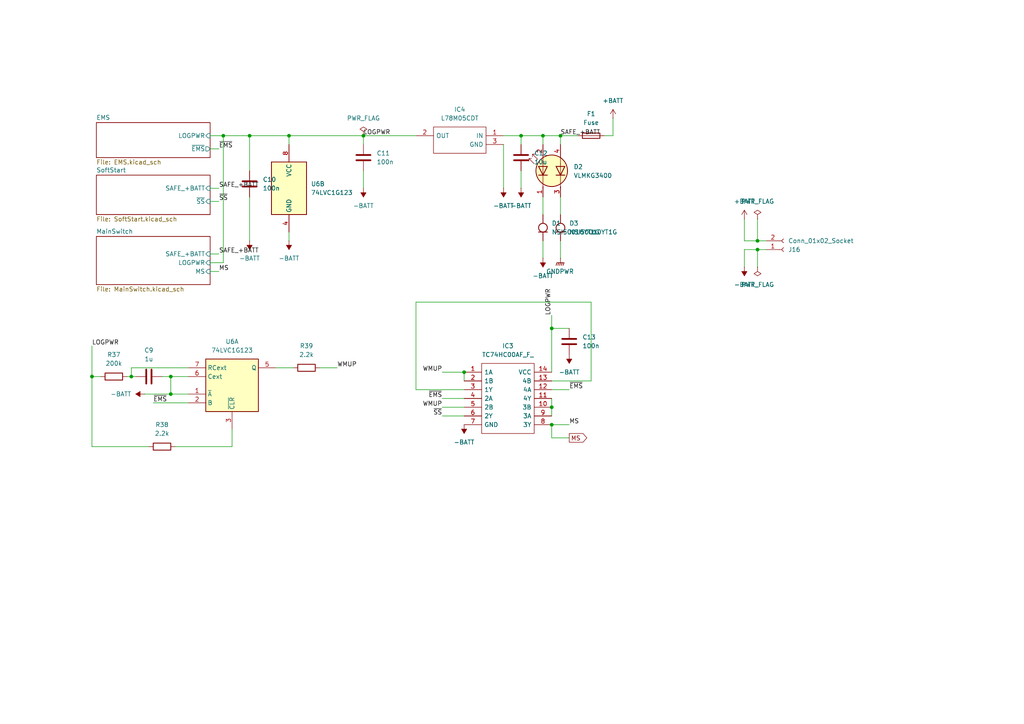
<source format=kicad_sch>
(kicad_sch
	(version 20231120)
	(generator "eeschema")
	(generator_version "8.0")
	(uuid "24731db6-450a-4e0e-9df7-8b77d1790930")
	(paper "A4")
	(lib_symbols
		(symbol "74xGxx:74LVC1G123"
			(exclude_from_sim no)
			(in_bom yes)
			(on_board yes)
			(property "Reference" "U"
				(at -5.08 8.89 0)
				(effects
					(font
						(size 1.27 1.27)
					)
				)
			)
			(property "Value" "74LVC1G123"
				(at 3.81 8.89 0)
				(effects
					(font
						(size 1.27 1.27)
					)
					(justify left)
				)
			)
			(property "Footprint" ""
				(at 0 -2.54 0)
				(effects
					(font
						(size 1.27 1.27)
					)
					(hide yes)
				)
			)
			(property "Datasheet" "http://www.ti.com/lit/ds/symlink/sn74lvc1g123.pdf"
				(at 0 0 0)
				(effects
					(font
						(size 1.27 1.27)
					)
					(hide yes)
				)
			)
			(property "Description" "Single Retriggerable Monostable Multivibrator, Low-Voltage CMOS"
				(at 0 0 0)
				(effects
					(font
						(size 1.27 1.27)
					)
					(hide yes)
				)
			)
			(property "ki_keywords" "Single Mono Multivibrator CMOS"
				(at 0 0 0)
				(effects
					(font
						(size 1.27 1.27)
					)
					(hide yes)
				)
			)
			(property "ki_fp_filters" "SSOP*2.95x2.8mm*P0.65* VSSOP*2.3x2mm*P0.5mm*"
				(at 0 0 0)
				(effects
					(font
						(size 1.27 1.27)
					)
					(hide yes)
				)
			)
			(symbol "74LVC1G123_1_1"
				(rectangle
					(start -7.62 7.62)
					(end 7.62 -7.62)
					(stroke
						(width 0.254)
						(type default)
					)
					(fill
						(type background)
					)
				)
				(pin input line
					(at -12.7 -2.54 0)
					(length 5.08)
					(name "~{A}"
						(effects
							(font
								(size 1.27 1.27)
							)
						)
					)
					(number "1"
						(effects
							(font
								(size 1.27 1.27)
							)
						)
					)
				)
				(pin input line
					(at -12.7 -5.08 0)
					(length 5.08)
					(name "B"
						(effects
							(font
								(size 1.27 1.27)
							)
						)
					)
					(number "2"
						(effects
							(font
								(size 1.27 1.27)
							)
						)
					)
				)
				(pin input line
					(at 0 -12.7 90)
					(length 5.08)
					(name "~{CLR}"
						(effects
							(font
								(size 1.27 1.27)
							)
						)
					)
					(number "3"
						(effects
							(font
								(size 1.27 1.27)
							)
						)
					)
				)
				(pin output line
					(at 12.7 5.08 180)
					(length 5.08)
					(name "Q"
						(effects
							(font
								(size 1.27 1.27)
							)
						)
					)
					(number "5"
						(effects
							(font
								(size 1.27 1.27)
							)
						)
					)
				)
				(pin input line
					(at -12.7 2.54 0)
					(length 5.08)
					(name "Cext"
						(effects
							(font
								(size 1.27 1.27)
							)
						)
					)
					(number "6"
						(effects
							(font
								(size 1.27 1.27)
							)
						)
					)
				)
				(pin input line
					(at -12.7 5.08 0)
					(length 5.08)
					(name "RCext"
						(effects
							(font
								(size 1.27 1.27)
							)
						)
					)
					(number "7"
						(effects
							(font
								(size 1.27 1.27)
							)
						)
					)
				)
			)
			(symbol "74LVC1G123_2_1"
				(rectangle
					(start -5.08 7.62)
					(end 5.08 -7.62)
					(stroke
						(width 0.254)
						(type default)
					)
					(fill
						(type background)
					)
				)
				(pin power_in line
					(at 0 -12.7 90)
					(length 5.08)
					(name "GND"
						(effects
							(font
								(size 1.27 1.27)
							)
						)
					)
					(number "4"
						(effects
							(font
								(size 1.27 1.27)
							)
						)
					)
				)
				(pin power_in line
					(at 0 12.7 270)
					(length 5.08)
					(name "VCC"
						(effects
							(font
								(size 1.27 1.27)
							)
						)
					)
					(number "8"
						(effects
							(font
								(size 1.27 1.27)
							)
						)
					)
				)
			)
		)
		(symbol "Connector:Conn_01x02_Socket"
			(pin_names
				(offset 1.016) hide)
			(exclude_from_sim no)
			(in_bom yes)
			(on_board yes)
			(property "Reference" "J"
				(at 0 2.54 0)
				(effects
					(font
						(size 1.27 1.27)
					)
				)
			)
			(property "Value" "Conn_01x02_Socket"
				(at 0 -5.08 0)
				(effects
					(font
						(size 1.27 1.27)
					)
				)
			)
			(property "Footprint" ""
				(at 0 0 0)
				(effects
					(font
						(size 1.27 1.27)
					)
					(hide yes)
				)
			)
			(property "Datasheet" "~"
				(at 0 0 0)
				(effects
					(font
						(size 1.27 1.27)
					)
					(hide yes)
				)
			)
			(property "Description" "Generic connector, single row, 01x02, script generated"
				(at 0 0 0)
				(effects
					(font
						(size 1.27 1.27)
					)
					(hide yes)
				)
			)
			(property "ki_locked" ""
				(at 0 0 0)
				(effects
					(font
						(size 1.27 1.27)
					)
				)
			)
			(property "ki_keywords" "connector"
				(at 0 0 0)
				(effects
					(font
						(size 1.27 1.27)
					)
					(hide yes)
				)
			)
			(property "ki_fp_filters" "Connector*:*_1x??_*"
				(at 0 0 0)
				(effects
					(font
						(size 1.27 1.27)
					)
					(hide yes)
				)
			)
			(symbol "Conn_01x02_Socket_1_1"
				(arc
					(start 0 -2.032)
					(mid -0.5058 -2.54)
					(end 0 -3.048)
					(stroke
						(width 0.1524)
						(type default)
					)
					(fill
						(type none)
					)
				)
				(polyline
					(pts
						(xy -1.27 -2.54) (xy -0.508 -2.54)
					)
					(stroke
						(width 0.1524)
						(type default)
					)
					(fill
						(type none)
					)
				)
				(polyline
					(pts
						(xy -1.27 0) (xy -0.508 0)
					)
					(stroke
						(width 0.1524)
						(type default)
					)
					(fill
						(type none)
					)
				)
				(arc
					(start 0 0.508)
					(mid -0.5058 0)
					(end 0 -0.508)
					(stroke
						(width 0.1524)
						(type default)
					)
					(fill
						(type none)
					)
				)
				(pin passive line
					(at -5.08 0 0)
					(length 3.81)
					(name "Pin_1"
						(effects
							(font
								(size 1.27 1.27)
							)
						)
					)
					(number "1"
						(effects
							(font
								(size 1.27 1.27)
							)
						)
					)
				)
				(pin passive line
					(at -5.08 -2.54 0)
					(length 3.81)
					(name "Pin_2"
						(effects
							(font
								(size 1.27 1.27)
							)
						)
					)
					(number "2"
						(effects
							(font
								(size 1.27 1.27)
							)
						)
					)
				)
			)
		)
		(symbol "Device:C"
			(pin_numbers hide)
			(pin_names
				(offset 0.254)
			)
			(exclude_from_sim no)
			(in_bom yes)
			(on_board yes)
			(property "Reference" "C"
				(at 0.635 2.54 0)
				(effects
					(font
						(size 1.27 1.27)
					)
					(justify left)
				)
			)
			(property "Value" "C"
				(at 0.635 -2.54 0)
				(effects
					(font
						(size 1.27 1.27)
					)
					(justify left)
				)
			)
			(property "Footprint" ""
				(at 0.9652 -3.81 0)
				(effects
					(font
						(size 1.27 1.27)
					)
					(hide yes)
				)
			)
			(property "Datasheet" "~"
				(at 0 0 0)
				(effects
					(font
						(size 1.27 1.27)
					)
					(hide yes)
				)
			)
			(property "Description" "Unpolarized capacitor"
				(at 0 0 0)
				(effects
					(font
						(size 1.27 1.27)
					)
					(hide yes)
				)
			)
			(property "ki_keywords" "cap capacitor"
				(at 0 0 0)
				(effects
					(font
						(size 1.27 1.27)
					)
					(hide yes)
				)
			)
			(property "ki_fp_filters" "C_*"
				(at 0 0 0)
				(effects
					(font
						(size 1.27 1.27)
					)
					(hide yes)
				)
			)
			(symbol "C_0_1"
				(polyline
					(pts
						(xy -2.032 -0.762) (xy 2.032 -0.762)
					)
					(stroke
						(width 0.508)
						(type default)
					)
					(fill
						(type none)
					)
				)
				(polyline
					(pts
						(xy -2.032 0.762) (xy 2.032 0.762)
					)
					(stroke
						(width 0.508)
						(type default)
					)
					(fill
						(type none)
					)
				)
			)
			(symbol "C_1_1"
				(pin passive line
					(at 0 3.81 270)
					(length 2.794)
					(name "~"
						(effects
							(font
								(size 1.27 1.27)
							)
						)
					)
					(number "1"
						(effects
							(font
								(size 1.27 1.27)
							)
						)
					)
				)
				(pin passive line
					(at 0 -3.81 90)
					(length 2.794)
					(name "~"
						(effects
							(font
								(size 1.27 1.27)
							)
						)
					)
					(number "2"
						(effects
							(font
								(size 1.27 1.27)
							)
						)
					)
				)
			)
		)
		(symbol "Device:D_Constant_Current"
			(pin_numbers hide)
			(pin_names
				(offset 1.016) hide)
			(exclude_from_sim no)
			(in_bom yes)
			(on_board yes)
			(property "Reference" "D"
				(at 0 2.54 0)
				(effects
					(font
						(size 1.27 1.27)
					)
				)
			)
			(property "Value" "D_Constant_Current"
				(at 0 -2.54 0)
				(effects
					(font
						(size 1.27 1.27)
					)
				)
			)
			(property "Footprint" ""
				(at 0 0 0)
				(effects
					(font
						(size 1.27 1.27)
					)
					(hide yes)
				)
			)
			(property "Datasheet" "~"
				(at 0 0 0)
				(effects
					(font
						(size 1.27 1.27)
					)
					(hide yes)
				)
			)
			(property "Description" "Constant-current diode / current limiting diode / current regulator diode"
				(at 0 0 0)
				(effects
					(font
						(size 1.27 1.27)
					)
					(hide yes)
				)
			)
			(property "ki_keywords" "diode constant-current current limit regulator"
				(at 0 0 0)
				(effects
					(font
						(size 1.27 1.27)
					)
					(hide yes)
				)
			)
			(property "ki_fp_filters" "TO-???* D_*"
				(at 0 0 0)
				(effects
					(font
						(size 1.27 1.27)
					)
					(hide yes)
				)
			)
			(symbol "D_Constant_Current_0_1"
				(polyline
					(pts
						(xy -1.27 1.27) (xy -1.27 -1.27)
					)
					(stroke
						(width 0.254)
						(type default)
					)
					(fill
						(type none)
					)
				)
			)
			(symbol "D_Constant_Current_1_1"
				(circle
					(center 0 0)
					(radius 1.27)
					(stroke
						(width 0.254)
						(type default)
					)
					(fill
						(type none)
					)
				)
				(pin passive line
					(at -3.81 0 0)
					(length 2.54)
					(name "K"
						(effects
							(font
								(size 1.27 1.27)
							)
						)
					)
					(number "1"
						(effects
							(font
								(size 1.27 1.27)
							)
						)
					)
				)
				(pin passive line
					(at 3.81 0 180)
					(length 2.54)
					(name "A"
						(effects
							(font
								(size 1.27 1.27)
							)
						)
					)
					(number "2"
						(effects
							(font
								(size 1.27 1.27)
							)
						)
					)
				)
			)
		)
		(symbol "Device:Fuse"
			(pin_numbers hide)
			(pin_names
				(offset 0)
			)
			(exclude_from_sim no)
			(in_bom yes)
			(on_board yes)
			(property "Reference" "F"
				(at 2.032 0 90)
				(effects
					(font
						(size 1.27 1.27)
					)
				)
			)
			(property "Value" "Fuse"
				(at -1.905 0 90)
				(effects
					(font
						(size 1.27 1.27)
					)
				)
			)
			(property "Footprint" ""
				(at -1.778 0 90)
				(effects
					(font
						(size 1.27 1.27)
					)
					(hide yes)
				)
			)
			(property "Datasheet" "~"
				(at 0 0 0)
				(effects
					(font
						(size 1.27 1.27)
					)
					(hide yes)
				)
			)
			(property "Description" "Fuse"
				(at 0 0 0)
				(effects
					(font
						(size 1.27 1.27)
					)
					(hide yes)
				)
			)
			(property "ki_keywords" "fuse"
				(at 0 0 0)
				(effects
					(font
						(size 1.27 1.27)
					)
					(hide yes)
				)
			)
			(property "ki_fp_filters" "*Fuse*"
				(at 0 0 0)
				(effects
					(font
						(size 1.27 1.27)
					)
					(hide yes)
				)
			)
			(symbol "Fuse_0_1"
				(rectangle
					(start -0.762 -2.54)
					(end 0.762 2.54)
					(stroke
						(width 0.254)
						(type default)
					)
					(fill
						(type none)
					)
				)
				(polyline
					(pts
						(xy 0 2.54) (xy 0 -2.54)
					)
					(stroke
						(width 0)
						(type default)
					)
					(fill
						(type none)
					)
				)
			)
			(symbol "Fuse_1_1"
				(pin passive line
					(at 0 3.81 270)
					(length 1.27)
					(name "~"
						(effects
							(font
								(size 1.27 1.27)
							)
						)
					)
					(number "1"
						(effects
							(font
								(size 1.27 1.27)
							)
						)
					)
				)
				(pin passive line
					(at 0 -3.81 90)
					(length 1.27)
					(name "~"
						(effects
							(font
								(size 1.27 1.27)
							)
						)
					)
					(number "2"
						(effects
							(font
								(size 1.27 1.27)
							)
						)
					)
				)
			)
		)
		(symbol "Device:LED_Dual_KAKA"
			(pin_names
				(offset 0) hide)
			(exclude_from_sim no)
			(in_bom yes)
			(on_board yes)
			(property "Reference" "D"
				(at 0 5.715 0)
				(effects
					(font
						(size 1.27 1.27)
					)
				)
			)
			(property "Value" "LED_Dual_KAKA"
				(at 0 -6.35 0)
				(effects
					(font
						(size 1.27 1.27)
					)
				)
			)
			(property "Footprint" ""
				(at 0.762 0 0)
				(effects
					(font
						(size 1.27 1.27)
					)
					(hide yes)
				)
			)
			(property "Datasheet" "~"
				(at 0.762 0 0)
				(effects
					(font
						(size 1.27 1.27)
					)
					(hide yes)
				)
			)
			(property "Description" "Dual LED, cathodes on pins 1 and 3"
				(at 0 0 0)
				(effects
					(font
						(size 1.27 1.27)
					)
					(hide yes)
				)
			)
			(property "ki_keywords" "LED diode bicolor dual"
				(at 0 0 0)
				(effects
					(font
						(size 1.27 1.27)
					)
					(hide yes)
				)
			)
			(property "ki_fp_filters" "LED* LED_SMD:* LED_THT:*"
				(at 0 0 0)
				(effects
					(font
						(size 1.27 1.27)
					)
					(hide yes)
				)
			)
			(symbol "LED_Dual_KAKA_0_1"
				(polyline
					(pts
						(xy -5.08 -2.54) (xy 2.032 -2.54)
					)
					(stroke
						(width 0)
						(type default)
					)
					(fill
						(type none)
					)
				)
				(polyline
					(pts
						(xy -5.08 2.54) (xy 2.032 2.54)
					)
					(stroke
						(width 0)
						(type default)
					)
					(fill
						(type none)
					)
				)
				(polyline
					(pts
						(xy -1.27 -1.27) (xy -1.27 -3.81)
					)
					(stroke
						(width 0.254)
						(type default)
					)
					(fill
						(type none)
					)
				)
				(polyline
					(pts
						(xy -1.27 3.81) (xy -1.27 1.27)
					)
					(stroke
						(width 0.254)
						(type default)
					)
					(fill
						(type none)
					)
				)
				(polyline
					(pts
						(xy 3.81 -2.54) (xy 1.905 -2.54)
					)
					(stroke
						(width 0)
						(type default)
					)
					(fill
						(type none)
					)
				)
				(polyline
					(pts
						(xy 3.81 2.54) (xy 1.905 2.54)
					)
					(stroke
						(width 0)
						(type default)
					)
					(fill
						(type none)
					)
				)
				(polyline
					(pts
						(xy 1.27 -1.27) (xy 1.27 -3.81) (xy -1.27 -2.54) (xy 1.27 -1.27)
					)
					(stroke
						(width 0.254)
						(type default)
					)
					(fill
						(type none)
					)
				)
				(polyline
					(pts
						(xy 1.27 3.81) (xy 1.27 1.27) (xy -1.27 2.54) (xy 1.27 3.81)
					)
					(stroke
						(width 0.254)
						(type default)
					)
					(fill
						(type none)
					)
				)
				(polyline
					(pts
						(xy 2.032 5.08) (xy 3.556 6.604) (xy 2.794 6.604) (xy 3.556 6.604) (xy 3.556 5.842)
					)
					(stroke
						(width 0)
						(type default)
					)
					(fill
						(type none)
					)
				)
				(polyline
					(pts
						(xy 3.302 4.064) (xy 4.826 5.588) (xy 4.064 5.588) (xy 4.826 5.588) (xy 4.826 4.826)
					)
					(stroke
						(width 0)
						(type default)
					)
					(fill
						(type none)
					)
				)
				(circle
					(center 0 0)
					(radius 4.572)
					(stroke
						(width 0.254)
						(type default)
					)
					(fill
						(type background)
					)
				)
			)
			(symbol "LED_Dual_KAKA_1_1"
				(pin input line
					(at -7.62 2.54 0)
					(length 3.048)
					(name "A1"
						(effects
							(font
								(size 1.27 1.27)
							)
						)
					)
					(number "1"
						(effects
							(font
								(size 1.27 1.27)
							)
						)
					)
				)
				(pin input line
					(at 7.62 2.54 180)
					(length 3.81)
					(name "K1"
						(effects
							(font
								(size 1.27 1.27)
							)
						)
					)
					(number "2"
						(effects
							(font
								(size 1.27 1.27)
							)
						)
					)
				)
				(pin input line
					(at -7.62 -2.54 0)
					(length 3.048)
					(name "A2"
						(effects
							(font
								(size 1.27 1.27)
							)
						)
					)
					(number "3"
						(effects
							(font
								(size 1.27 1.27)
							)
						)
					)
				)
				(pin input line
					(at 7.62 -2.54 180)
					(length 3.81)
					(name "K2"
						(effects
							(font
								(size 1.27 1.27)
							)
						)
					)
					(number "4"
						(effects
							(font
								(size 1.27 1.27)
							)
						)
					)
				)
			)
		)
		(symbol "Device:R"
			(pin_numbers hide)
			(pin_names
				(offset 0)
			)
			(exclude_from_sim no)
			(in_bom yes)
			(on_board yes)
			(property "Reference" "R"
				(at 2.032 0 90)
				(effects
					(font
						(size 1.27 1.27)
					)
				)
			)
			(property "Value" "R"
				(at 0 0 90)
				(effects
					(font
						(size 1.27 1.27)
					)
				)
			)
			(property "Footprint" ""
				(at -1.778 0 90)
				(effects
					(font
						(size 1.27 1.27)
					)
					(hide yes)
				)
			)
			(property "Datasheet" "~"
				(at 0 0 0)
				(effects
					(font
						(size 1.27 1.27)
					)
					(hide yes)
				)
			)
			(property "Description" "Resistor"
				(at 0 0 0)
				(effects
					(font
						(size 1.27 1.27)
					)
					(hide yes)
				)
			)
			(property "ki_keywords" "R res resistor"
				(at 0 0 0)
				(effects
					(font
						(size 1.27 1.27)
					)
					(hide yes)
				)
			)
			(property "ki_fp_filters" "R_*"
				(at 0 0 0)
				(effects
					(font
						(size 1.27 1.27)
					)
					(hide yes)
				)
			)
			(symbol "R_0_1"
				(rectangle
					(start -1.016 -2.54)
					(end 1.016 2.54)
					(stroke
						(width 0.254)
						(type default)
					)
					(fill
						(type none)
					)
				)
			)
			(symbol "R_1_1"
				(pin passive line
					(at 0 3.81 270)
					(length 1.27)
					(name "~"
						(effects
							(font
								(size 1.27 1.27)
							)
						)
					)
					(number "1"
						(effects
							(font
								(size 1.27 1.27)
							)
						)
					)
				)
				(pin passive line
					(at 0 -3.81 90)
					(length 1.27)
					(name "~"
						(effects
							(font
								(size 1.27 1.27)
							)
						)
					)
					(number "2"
						(effects
							(font
								(size 1.27 1.27)
							)
						)
					)
				)
			)
		)
		(symbol "SamacSys_Parts:L78M05CDT"
			(pin_names
				(offset 0.762)
			)
			(exclude_from_sim no)
			(in_bom yes)
			(on_board yes)
			(property "Reference" "IC"
				(at 21.59 7.62 0)
				(effects
					(font
						(size 1.27 1.27)
					)
					(justify left)
				)
			)
			(property "Value" "L78M05CDT"
				(at 21.59 5.08 0)
				(effects
					(font
						(size 1.27 1.27)
					)
					(justify left)
				)
			)
			(property "Footprint" "TO225P972X240-3N"
				(at 21.59 2.54 0)
				(effects
					(font
						(size 1.27 1.27)
					)
					(justify left)
					(hide yes)
				)
			)
			(property "Datasheet" "http://componentsearchengine.com/Datasheets/1/L78M05CDT.pdf"
				(at 21.59 0 0)
				(effects
					(font
						(size 1.27 1.27)
					)
					(justify left)
					(hide yes)
				)
			)
			(property "Description" "Positive voltage regulators"
				(at 0 0 0)
				(effects
					(font
						(size 1.27 1.27)
					)
					(hide yes)
				)
			)
			(property "Description_1" "Positive voltage regulators"
				(at 21.59 -2.54 0)
				(effects
					(font
						(size 1.27 1.27)
					)
					(justify left)
					(hide yes)
				)
			)
			(property "Height" ""
				(at 21.59 -5.08 0)
				(effects
					(font
						(size 1.27 1.27)
					)
					(justify left)
					(hide yes)
				)
			)
			(property "Manufacturer_Name" "STMicroelectronics"
				(at 21.59 -7.62 0)
				(effects
					(font
						(size 1.27 1.27)
					)
					(justify left)
					(hide yes)
				)
			)
			(property "Manufacturer_Part_Number" "L78M05CDT"
				(at 21.59 -10.16 0)
				(effects
					(font
						(size 1.27 1.27)
					)
					(justify left)
					(hide yes)
				)
			)
			(property "Mouser Part Number" "511-L78M05CDT"
				(at 21.59 -12.7 0)
				(effects
					(font
						(size 1.27 1.27)
					)
					(justify left)
					(hide yes)
				)
			)
			(property "Mouser Price/Stock" "https://www.mouser.co.uk/ProductDetail/STMicroelectronics/L78M05CDT?qs=EYQuxaDwR79rnNxSL0UEZA%3D%3D"
				(at 21.59 -15.24 0)
				(effects
					(font
						(size 1.27 1.27)
					)
					(justify left)
					(hide yes)
				)
			)
			(property "Arrow Part Number" ""
				(at 21.59 -17.78 0)
				(effects
					(font
						(size 1.27 1.27)
					)
					(justify left)
					(hide yes)
				)
			)
			(property "Arrow Price/Stock" ""
				(at 21.59 -20.32 0)
				(effects
					(font
						(size 1.27 1.27)
					)
					(justify left)
					(hide yes)
				)
			)
			(symbol "L78M05CDT_0_0"
				(pin passive line
					(at 0 0 0)
					(length 5.08)
					(name "IN"
						(effects
							(font
								(size 1.27 1.27)
							)
						)
					)
					(number "1"
						(effects
							(font
								(size 1.27 1.27)
							)
						)
					)
				)
				(pin passive line
					(at 25.4 0 180)
					(length 5.08)
					(name "OUT"
						(effects
							(font
								(size 1.27 1.27)
							)
						)
					)
					(number "2"
						(effects
							(font
								(size 1.27 1.27)
							)
						)
					)
				)
				(pin passive line
					(at 0 -2.54 0)
					(length 5.08)
					(name "GND"
						(effects
							(font
								(size 1.27 1.27)
							)
						)
					)
					(number "3"
						(effects
							(font
								(size 1.27 1.27)
							)
						)
					)
				)
			)
			(symbol "L78M05CDT_0_1"
				(polyline
					(pts
						(xy 5.08 2.54) (xy 20.32 2.54) (xy 20.32 -5.08) (xy 5.08 -5.08) (xy 5.08 2.54)
					)
					(stroke
						(width 0.1524)
						(type solid)
					)
					(fill
						(type none)
					)
				)
			)
		)
		(symbol "SamacSys_Parts:TC74HC00AF_F_"
			(pin_names
				(offset 0.762)
			)
			(exclude_from_sim no)
			(in_bom yes)
			(on_board yes)
			(property "Reference" "IC"
				(at 21.59 7.62 0)
				(effects
					(font
						(size 1.27 1.27)
					)
					(justify left)
				)
			)
			(property "Value" "TC74HC00AF_F_"
				(at 21.59 5.08 0)
				(effects
					(font
						(size 1.27 1.27)
					)
					(justify left)
				)
			)
			(property "Footprint" "SOIC127P780X190-14N"
				(at 21.59 2.54 0)
				(effects
					(font
						(size 1.27 1.27)
					)
					(justify left)
					(hide yes)
				)
			)
			(property "Datasheet" "http://uk.rs-online.com/web/p/products/5407563"
				(at 21.59 0 0)
				(effects
					(font
						(size 1.27 1.27)
					)
					(justify left)
					(hide yes)
				)
			)
			(property "Description" "IC, 74 series logic Toshiba TC74HC00AF(F), Quad 2-Input NAND Logic Gate, 2  6 V, 14-Pin SOP"
				(at 0 0 0)
				(effects
					(font
						(size 1.27 1.27)
					)
					(hide yes)
				)
			)
			(property "Description_1" "IC, 74 series logic Toshiba TC74HC00AF(F), Quad 2-Input NAND Logic Gate, 2  6 V, 14-Pin SOP"
				(at 21.59 -2.54 0)
				(effects
					(font
						(size 1.27 1.27)
					)
					(justify left)
					(hide yes)
				)
			)
			(property "Height" "1.9"
				(at 21.59 -5.08 0)
				(effects
					(font
						(size 1.27 1.27)
					)
					(justify left)
					(hide yes)
				)
			)
			(property "Manufacturer_Name" "Toshiba"
				(at 21.59 -7.62 0)
				(effects
					(font
						(size 1.27 1.27)
					)
					(justify left)
					(hide yes)
				)
			)
			(property "Manufacturer_Part_Number" "TC74HC00AF(F)"
				(at 21.59 -10.16 0)
				(effects
					(font
						(size 1.27 1.27)
					)
					(justify left)
					(hide yes)
				)
			)
			(property "Mouser Part Number" ""
				(at 21.59 -12.7 0)
				(effects
					(font
						(size 1.27 1.27)
					)
					(justify left)
					(hide yes)
				)
			)
			(property "Mouser Price/Stock" ""
				(at 21.59 -15.24 0)
				(effects
					(font
						(size 1.27 1.27)
					)
					(justify left)
					(hide yes)
				)
			)
			(property "Arrow Part Number" ""
				(at 21.59 -17.78 0)
				(effects
					(font
						(size 1.27 1.27)
					)
					(justify left)
					(hide yes)
				)
			)
			(property "Arrow Price/Stock" ""
				(at 21.59 -20.32 0)
				(effects
					(font
						(size 1.27 1.27)
					)
					(justify left)
					(hide yes)
				)
			)
			(symbol "TC74HC00AF_F__0_0"
				(pin input line
					(at 0 0 0)
					(length 5.08)
					(name "1A"
						(effects
							(font
								(size 1.27 1.27)
							)
						)
					)
					(number "1"
						(effects
							(font
								(size 1.27 1.27)
							)
						)
					)
				)
				(pin input line
					(at 25.4 -10.16 180)
					(length 5.08)
					(name "3B"
						(effects
							(font
								(size 1.27 1.27)
							)
						)
					)
					(number "10"
						(effects
							(font
								(size 1.27 1.27)
							)
						)
					)
				)
				(pin output line
					(at 25.4 -7.62 180)
					(length 5.08)
					(name "4Y"
						(effects
							(font
								(size 1.27 1.27)
							)
						)
					)
					(number "11"
						(effects
							(font
								(size 1.27 1.27)
							)
						)
					)
				)
				(pin input line
					(at 25.4 -5.08 180)
					(length 5.08)
					(name "4A"
						(effects
							(font
								(size 1.27 1.27)
							)
						)
					)
					(number "12"
						(effects
							(font
								(size 1.27 1.27)
							)
						)
					)
				)
				(pin input line
					(at 25.4 -2.54 180)
					(length 5.08)
					(name "4B"
						(effects
							(font
								(size 1.27 1.27)
							)
						)
					)
					(number "13"
						(effects
							(font
								(size 1.27 1.27)
							)
						)
					)
				)
				(pin power_in line
					(at 25.4 0 180)
					(length 5.08)
					(name "VCC"
						(effects
							(font
								(size 1.27 1.27)
							)
						)
					)
					(number "14"
						(effects
							(font
								(size 1.27 1.27)
							)
						)
					)
				)
				(pin input line
					(at 0 -2.54 0)
					(length 5.08)
					(name "1B"
						(effects
							(font
								(size 1.27 1.27)
							)
						)
					)
					(number "2"
						(effects
							(font
								(size 1.27 1.27)
							)
						)
					)
				)
				(pin output line
					(at 0 -5.08 0)
					(length 5.08)
					(name "1Y"
						(effects
							(font
								(size 1.27 1.27)
							)
						)
					)
					(number "3"
						(effects
							(font
								(size 1.27 1.27)
							)
						)
					)
				)
				(pin input line
					(at 0 -7.62 0)
					(length 5.08)
					(name "2A"
						(effects
							(font
								(size 1.27 1.27)
							)
						)
					)
					(number "4"
						(effects
							(font
								(size 1.27 1.27)
							)
						)
					)
				)
				(pin input line
					(at 0 -10.16 0)
					(length 5.08)
					(name "2B"
						(effects
							(font
								(size 1.27 1.27)
							)
						)
					)
					(number "5"
						(effects
							(font
								(size 1.27 1.27)
							)
						)
					)
				)
				(pin output line
					(at 0 -12.7 0)
					(length 5.08)
					(name "2Y"
						(effects
							(font
								(size 1.27 1.27)
							)
						)
					)
					(number "6"
						(effects
							(font
								(size 1.27 1.27)
							)
						)
					)
				)
				(pin power_in line
					(at 0 -15.24 0)
					(length 5.08)
					(name "GND"
						(effects
							(font
								(size 1.27 1.27)
							)
						)
					)
					(number "7"
						(effects
							(font
								(size 1.27 1.27)
							)
						)
					)
				)
				(pin input line
					(at 25.4 -15.24 180)
					(length 5.08)
					(name "3Y"
						(effects
							(font
								(size 1.27 1.27)
							)
						)
					)
					(number "8"
						(effects
							(font
								(size 1.27 1.27)
							)
						)
					)
				)
				(pin input line
					(at 25.4 -12.7 180)
					(length 5.08)
					(name "3A"
						(effects
							(font
								(size 1.27 1.27)
							)
						)
					)
					(number "9"
						(effects
							(font
								(size 1.27 1.27)
							)
						)
					)
				)
			)
			(symbol "TC74HC00AF_F__0_1"
				(polyline
					(pts
						(xy 5.08 2.54) (xy 20.32 2.54) (xy 20.32 -17.78) (xy 5.08 -17.78) (xy 5.08 2.54)
					)
					(stroke
						(width 0.1524)
						(type solid)
					)
					(fill
						(type none)
					)
				)
			)
		)
		(symbol "power:+BATT"
			(power)
			(pin_numbers hide)
			(pin_names
				(offset 0) hide)
			(exclude_from_sim no)
			(in_bom yes)
			(on_board yes)
			(property "Reference" "#PWR"
				(at 0 -3.81 0)
				(effects
					(font
						(size 1.27 1.27)
					)
					(hide yes)
				)
			)
			(property "Value" "+BATT"
				(at 0 3.556 0)
				(effects
					(font
						(size 1.27 1.27)
					)
				)
			)
			(property "Footprint" ""
				(at 0 0 0)
				(effects
					(font
						(size 1.27 1.27)
					)
					(hide yes)
				)
			)
			(property "Datasheet" ""
				(at 0 0 0)
				(effects
					(font
						(size 1.27 1.27)
					)
					(hide yes)
				)
			)
			(property "Description" "Power symbol creates a global label with name \"+BATT\""
				(at 0 0 0)
				(effects
					(font
						(size 1.27 1.27)
					)
					(hide yes)
				)
			)
			(property "ki_keywords" "global power battery"
				(at 0 0 0)
				(effects
					(font
						(size 1.27 1.27)
					)
					(hide yes)
				)
			)
			(symbol "+BATT_0_1"
				(polyline
					(pts
						(xy -0.762 1.27) (xy 0 2.54)
					)
					(stroke
						(width 0)
						(type default)
					)
					(fill
						(type none)
					)
				)
				(polyline
					(pts
						(xy 0 0) (xy 0 2.54)
					)
					(stroke
						(width 0)
						(type default)
					)
					(fill
						(type none)
					)
				)
				(polyline
					(pts
						(xy 0 2.54) (xy 0.762 1.27)
					)
					(stroke
						(width 0)
						(type default)
					)
					(fill
						(type none)
					)
				)
			)
			(symbol "+BATT_1_1"
				(pin power_in line
					(at 0 0 90)
					(length 0)
					(name "~"
						(effects
							(font
								(size 1.27 1.27)
							)
						)
					)
					(number "1"
						(effects
							(font
								(size 1.27 1.27)
							)
						)
					)
				)
			)
		)
		(symbol "power:-BATT"
			(power)
			(pin_numbers hide)
			(pin_names
				(offset 0) hide)
			(exclude_from_sim no)
			(in_bom yes)
			(on_board yes)
			(property "Reference" "#PWR"
				(at 0 -3.81 0)
				(effects
					(font
						(size 1.27 1.27)
					)
					(hide yes)
				)
			)
			(property "Value" "-BATT"
				(at 0 3.556 0)
				(effects
					(font
						(size 1.27 1.27)
					)
				)
			)
			(property "Footprint" ""
				(at 0 0 0)
				(effects
					(font
						(size 1.27 1.27)
					)
					(hide yes)
				)
			)
			(property "Datasheet" ""
				(at 0 0 0)
				(effects
					(font
						(size 1.27 1.27)
					)
					(hide yes)
				)
			)
			(property "Description" "Power symbol creates a global label with name \"-BATT\""
				(at 0 0 0)
				(effects
					(font
						(size 1.27 1.27)
					)
					(hide yes)
				)
			)
			(property "ki_keywords" "global power battery"
				(at 0 0 0)
				(effects
					(font
						(size 1.27 1.27)
					)
					(hide yes)
				)
			)
			(symbol "-BATT_0_1"
				(polyline
					(pts
						(xy 0 0) (xy 0 2.54)
					)
					(stroke
						(width 0)
						(type default)
					)
					(fill
						(type none)
					)
				)
				(polyline
					(pts
						(xy 0.762 1.27) (xy -0.762 1.27) (xy 0 2.54) (xy 0.762 1.27)
					)
					(stroke
						(width 0)
						(type default)
					)
					(fill
						(type outline)
					)
				)
			)
			(symbol "-BATT_1_1"
				(pin power_in line
					(at 0 0 90)
					(length 0)
					(name "~"
						(effects
							(font
								(size 1.27 1.27)
							)
						)
					)
					(number "1"
						(effects
							(font
								(size 1.27 1.27)
							)
						)
					)
				)
			)
		)
		(symbol "power:GNDPWR"
			(power)
			(pin_numbers hide)
			(pin_names
				(offset 0) hide)
			(exclude_from_sim no)
			(in_bom yes)
			(on_board yes)
			(property "Reference" "#PWR"
				(at 0 -5.08 0)
				(effects
					(font
						(size 1.27 1.27)
					)
					(hide yes)
				)
			)
			(property "Value" "GNDPWR"
				(at 0 -3.302 0)
				(effects
					(font
						(size 1.27 1.27)
					)
				)
			)
			(property "Footprint" ""
				(at 0 -1.27 0)
				(effects
					(font
						(size 1.27 1.27)
					)
					(hide yes)
				)
			)
			(property "Datasheet" ""
				(at 0 -1.27 0)
				(effects
					(font
						(size 1.27 1.27)
					)
					(hide yes)
				)
			)
			(property "Description" "Power symbol creates a global label with name \"GNDPWR\" , global ground"
				(at 0 0 0)
				(effects
					(font
						(size 1.27 1.27)
					)
					(hide yes)
				)
			)
			(property "ki_keywords" "global ground"
				(at 0 0 0)
				(effects
					(font
						(size 1.27 1.27)
					)
					(hide yes)
				)
			)
			(symbol "GNDPWR_0_1"
				(polyline
					(pts
						(xy 0 -1.27) (xy 0 0)
					)
					(stroke
						(width 0)
						(type default)
					)
					(fill
						(type none)
					)
				)
				(polyline
					(pts
						(xy -1.016 -1.27) (xy -1.27 -2.032) (xy -1.27 -2.032)
					)
					(stroke
						(width 0.2032)
						(type default)
					)
					(fill
						(type none)
					)
				)
				(polyline
					(pts
						(xy -0.508 -1.27) (xy -0.762 -2.032) (xy -0.762 -2.032)
					)
					(stroke
						(width 0.2032)
						(type default)
					)
					(fill
						(type none)
					)
				)
				(polyline
					(pts
						(xy 0 -1.27) (xy -0.254 -2.032) (xy -0.254 -2.032)
					)
					(stroke
						(width 0.2032)
						(type default)
					)
					(fill
						(type none)
					)
				)
				(polyline
					(pts
						(xy 0.508 -1.27) (xy 0.254 -2.032) (xy 0.254 -2.032)
					)
					(stroke
						(width 0.2032)
						(type default)
					)
					(fill
						(type none)
					)
				)
				(polyline
					(pts
						(xy 1.016 -1.27) (xy -1.016 -1.27) (xy -1.016 -1.27)
					)
					(stroke
						(width 0.2032)
						(type default)
					)
					(fill
						(type none)
					)
				)
				(polyline
					(pts
						(xy 1.016 -1.27) (xy 0.762 -2.032) (xy 0.762 -2.032) (xy 0.762 -2.032)
					)
					(stroke
						(width 0.2032)
						(type default)
					)
					(fill
						(type none)
					)
				)
			)
			(symbol "GNDPWR_1_1"
				(pin power_in line
					(at 0 0 270)
					(length 0)
					(name "~"
						(effects
							(font
								(size 1.27 1.27)
							)
						)
					)
					(number "1"
						(effects
							(font
								(size 1.27 1.27)
							)
						)
					)
				)
			)
		)
		(symbol "power:PWR_FLAG"
			(power)
			(pin_numbers hide)
			(pin_names
				(offset 0) hide)
			(exclude_from_sim no)
			(in_bom yes)
			(on_board yes)
			(property "Reference" "#FLG"
				(at 0 1.905 0)
				(effects
					(font
						(size 1.27 1.27)
					)
					(hide yes)
				)
			)
			(property "Value" "PWR_FLAG"
				(at 0 3.81 0)
				(effects
					(font
						(size 1.27 1.27)
					)
				)
			)
			(property "Footprint" ""
				(at 0 0 0)
				(effects
					(font
						(size 1.27 1.27)
					)
					(hide yes)
				)
			)
			(property "Datasheet" "~"
				(at 0 0 0)
				(effects
					(font
						(size 1.27 1.27)
					)
					(hide yes)
				)
			)
			(property "Description" "Special symbol for telling ERC where power comes from"
				(at 0 0 0)
				(effects
					(font
						(size 1.27 1.27)
					)
					(hide yes)
				)
			)
			(property "ki_keywords" "flag power"
				(at 0 0 0)
				(effects
					(font
						(size 1.27 1.27)
					)
					(hide yes)
				)
			)
			(symbol "PWR_FLAG_0_0"
				(pin power_out line
					(at 0 0 90)
					(length 0)
					(name "~"
						(effects
							(font
								(size 1.27 1.27)
							)
						)
					)
					(number "1"
						(effects
							(font
								(size 1.27 1.27)
							)
						)
					)
				)
			)
			(symbol "PWR_FLAG_0_1"
				(polyline
					(pts
						(xy 0 0) (xy 0 1.27) (xy -1.016 1.905) (xy 0 2.54) (xy 1.016 1.905) (xy 0 1.27)
					)
					(stroke
						(width 0)
						(type default)
					)
					(fill
						(type none)
					)
				)
			)
		)
	)
	(junction
		(at 64.77 39.37)
		(diameter 0)
		(color 0 0 0 0)
		(uuid "079fa30c-bcd6-4f3c-88ec-2c7229a88241")
	)
	(junction
		(at 219.71 69.85)
		(diameter 0)
		(color 0 0 0 0)
		(uuid "0d71f052-457a-4363-9a99-8a1a972b8222")
	)
	(junction
		(at 49.53 109.22)
		(diameter 0)
		(color 0 0 0 0)
		(uuid "1196af33-c4c1-4bb8-a081-edfaf579497b")
	)
	(junction
		(at 160.02 95.25)
		(diameter 0)
		(color 0 0 0 0)
		(uuid "11971419-1772-4209-87fd-864a0b8ac4df")
	)
	(junction
		(at 162.56 39.37)
		(diameter 0)
		(color 0 0 0 0)
		(uuid "11a4266d-07f1-4f88-8c40-b707d15958b4")
	)
	(junction
		(at 134.62 107.95)
		(diameter 0)
		(color 0 0 0 0)
		(uuid "141c1f89-bd0b-4797-b113-df028383bf8c")
	)
	(junction
		(at 160.02 123.19)
		(diameter 0)
		(color 0 0 0 0)
		(uuid "3dd30b7f-5c7c-497d-b3e9-deda1bf9bbc9")
	)
	(junction
		(at 49.53 114.3)
		(diameter 0)
		(color 0 0 0 0)
		(uuid "428ac2bf-9a7a-4742-be80-9b17da5ff5ea")
	)
	(junction
		(at 157.48 39.37)
		(diameter 0)
		(color 0 0 0 0)
		(uuid "465a8d66-3b47-4b75-a21f-8412e0014dad")
	)
	(junction
		(at 26.67 109.22)
		(diameter 0)
		(color 0 0 0 0)
		(uuid "8f00bc32-eeed-4f57-8f62-e543f044abd0")
	)
	(junction
		(at 83.82 39.37)
		(diameter 0)
		(color 0 0 0 0)
		(uuid "a5f19ac5-0b64-4b8a-86f9-ce40eb58064d")
	)
	(junction
		(at 151.13 39.37)
		(diameter 0)
		(color 0 0 0 0)
		(uuid "bd3c68d4-6c66-40ee-855e-23808716caa4")
	)
	(junction
		(at 72.39 39.37)
		(diameter 0)
		(color 0 0 0 0)
		(uuid "bf58b1e8-7089-497b-9e14-5173e336797d")
	)
	(junction
		(at 38.1 109.22)
		(diameter 0)
		(color 0 0 0 0)
		(uuid "c6366fdf-f77a-406c-a0ff-254b33b44143")
	)
	(junction
		(at 219.71 72.39)
		(diameter 0)
		(color 0 0 0 0)
		(uuid "d1cb5829-9273-4f14-8318-de195f25d3c5")
	)
	(junction
		(at 160.02 118.11)
		(diameter 0)
		(color 0 0 0 0)
		(uuid "d871ccf1-6e66-4e07-821e-3500d1e1d9a4")
	)
	(junction
		(at 105.41 39.37)
		(diameter 0)
		(color 0 0 0 0)
		(uuid "ebf0e474-51a8-46af-bfb2-c8e5c6e35a9c")
	)
	(wire
		(pts
			(xy 83.82 67.31) (xy 83.82 69.85)
		)
		(stroke
			(width 0)
			(type default)
		)
		(uuid "031b3d2b-64d9-4a0c-bc1e-b7a46a611a25")
	)
	(wire
		(pts
			(xy 92.71 106.68) (xy 97.79 106.68)
		)
		(stroke
			(width 0)
			(type default)
		)
		(uuid "03e0b49e-c5fa-4e83-8c1b-a144bd07ccab")
	)
	(wire
		(pts
			(xy 165.1 127) (xy 160.02 127)
		)
		(stroke
			(width 0)
			(type default)
		)
		(uuid "048a4e63-d445-44b4-9f13-e5d75a6c8bb4")
	)
	(wire
		(pts
			(xy 177.8 39.37) (xy 175.26 39.37)
		)
		(stroke
			(width 0)
			(type default)
		)
		(uuid "07e0b19d-67a2-4fde-82fa-5b4ea45eb1c5")
	)
	(wire
		(pts
			(xy 215.9 63.5) (xy 215.9 69.85)
		)
		(stroke
			(width 0)
			(type default)
		)
		(uuid "09e15ce2-a622-4eb2-b588-b5096225912a")
	)
	(wire
		(pts
			(xy 128.27 120.65) (xy 134.62 120.65)
		)
		(stroke
			(width 0)
			(type default)
		)
		(uuid "0a5a98d2-6f1e-47cd-bcd7-e5d4a8a0cf7d")
	)
	(wire
		(pts
			(xy 160.02 118.11) (xy 160.02 120.65)
		)
		(stroke
			(width 0)
			(type default)
		)
		(uuid "0c0a04b8-850e-4b09-b7cf-838811d95788")
	)
	(wire
		(pts
			(xy 215.9 72.39) (xy 215.9 77.47)
		)
		(stroke
			(width 0)
			(type default)
		)
		(uuid "13b5c5a3-5260-406a-ba07-3a2ffb70edfc")
	)
	(wire
		(pts
			(xy 120.65 87.63) (xy 171.45 87.63)
		)
		(stroke
			(width 0)
			(type default)
		)
		(uuid "150b21cb-50a5-4ff7-8fc5-65ef6a2e21da")
	)
	(wire
		(pts
			(xy 49.53 109.22) (xy 46.99 109.22)
		)
		(stroke
			(width 0)
			(type default)
		)
		(uuid "1896b922-7db8-4e2a-8255-2712beff21f9")
	)
	(wire
		(pts
			(xy 157.48 57.15) (xy 157.48 62.23)
		)
		(stroke
			(width 0)
			(type default)
		)
		(uuid "1e1b16e1-6915-4a86-8385-cced7808a7bc")
	)
	(wire
		(pts
			(xy 26.67 109.22) (xy 26.67 129.54)
		)
		(stroke
			(width 0)
			(type default)
		)
		(uuid "1fa4be71-53bd-4e71-97e1-e24117e02f9d")
	)
	(wire
		(pts
			(xy 128.27 118.11) (xy 134.62 118.11)
		)
		(stroke
			(width 0)
			(type default)
		)
		(uuid "21eeb960-94e9-4a07-9860-1b977e6c8304")
	)
	(wire
		(pts
			(xy 151.13 39.37) (xy 151.13 41.91)
		)
		(stroke
			(width 0)
			(type default)
		)
		(uuid "2325625e-f2df-4779-a5b4-5acbba7455f0")
	)
	(wire
		(pts
			(xy 49.53 109.22) (xy 54.61 109.22)
		)
		(stroke
			(width 0)
			(type default)
		)
		(uuid "3081da11-7517-4504-851e-51d1b62cf7e1")
	)
	(wire
		(pts
			(xy 64.77 76.2) (xy 60.96 76.2)
		)
		(stroke
			(width 0)
			(type default)
		)
		(uuid "328d88b9-a493-4eaf-9bc6-df0802884be5")
	)
	(wire
		(pts
			(xy 177.8 34.29) (xy 177.8 39.37)
		)
		(stroke
			(width 0)
			(type default)
		)
		(uuid "3354f7c6-1c79-45c1-b327-aa3ab9199982")
	)
	(wire
		(pts
			(xy 67.31 129.54) (xy 67.31 124.46)
		)
		(stroke
			(width 0)
			(type default)
		)
		(uuid "34531518-250c-4958-9851-5b5265d1d2a3")
	)
	(wire
		(pts
			(xy 160.02 91.44) (xy 160.02 95.25)
		)
		(stroke
			(width 0)
			(type default)
		)
		(uuid "35a908db-ed5c-4f3b-9345-e9b4a1d9d5b6")
	)
	(wire
		(pts
			(xy 160.02 127) (xy 160.02 123.19)
		)
		(stroke
			(width 0)
			(type default)
		)
		(uuid "376d1633-165f-4ba5-acee-0fad50e48d64")
	)
	(wire
		(pts
			(xy 36.83 109.22) (xy 38.1 109.22)
		)
		(stroke
			(width 0)
			(type default)
		)
		(uuid "37d14611-b28f-4e69-a439-7b4adf2deeeb")
	)
	(wire
		(pts
			(xy 50.8 129.54) (xy 67.31 129.54)
		)
		(stroke
			(width 0)
			(type default)
		)
		(uuid "37e11e13-cf19-4cdb-9515-d59a6076be10")
	)
	(wire
		(pts
			(xy 151.13 49.53) (xy 151.13 54.61)
		)
		(stroke
			(width 0)
			(type default)
		)
		(uuid "44525bb1-ce96-47a5-a2e1-340b76343b68")
	)
	(wire
		(pts
			(xy 160.02 123.19) (xy 165.1 123.19)
		)
		(stroke
			(width 0)
			(type default)
		)
		(uuid "4662acee-bad5-4198-8abf-9f5f65747257")
	)
	(wire
		(pts
			(xy 60.96 58.42) (xy 63.5 58.42)
		)
		(stroke
			(width 0)
			(type default)
		)
		(uuid "475ddb0a-415f-4477-8840-cc849180f5fb")
	)
	(wire
		(pts
			(xy 60.96 73.66) (xy 63.5 73.66)
		)
		(stroke
			(width 0)
			(type default)
		)
		(uuid "4941c44e-2647-42ec-81ba-599346fb01d6")
	)
	(wire
		(pts
			(xy 120.65 113.03) (xy 120.65 87.63)
		)
		(stroke
			(width 0)
			(type default)
		)
		(uuid "4ce13ef9-92a8-46e9-a9e2-5517c0b5080e")
	)
	(wire
		(pts
			(xy 80.01 106.68) (xy 85.09 106.68)
		)
		(stroke
			(width 0)
			(type default)
		)
		(uuid "4d5c65a8-2f20-44a6-894f-1ba6ba07ca15")
	)
	(wire
		(pts
			(xy 146.05 41.91) (xy 146.05 54.61)
		)
		(stroke
			(width 0)
			(type default)
		)
		(uuid "5262f7f6-caaa-4ca7-b747-14c59664f357")
	)
	(wire
		(pts
			(xy 44.45 116.84) (xy 54.61 116.84)
		)
		(stroke
			(width 0)
			(type default)
		)
		(uuid "53ef9462-4b02-4fed-bf41-175622c23b04")
	)
	(wire
		(pts
			(xy 83.82 39.37) (xy 105.41 39.37)
		)
		(stroke
			(width 0)
			(type default)
		)
		(uuid "5c17843c-72d2-46bd-9a08-2161a91ea3e0")
	)
	(wire
		(pts
			(xy 105.41 39.37) (xy 120.65 39.37)
		)
		(stroke
			(width 0)
			(type default)
		)
		(uuid "5c4878c6-0bff-4d0d-99ef-b5b57b8e0b69")
	)
	(wire
		(pts
			(xy 219.71 72.39) (xy 215.9 72.39)
		)
		(stroke
			(width 0)
			(type default)
		)
		(uuid "5ce9df0b-797d-4013-9c5b-00b061b89fbe")
	)
	(wire
		(pts
			(xy 157.48 39.37) (xy 157.48 41.91)
		)
		(stroke
			(width 0)
			(type default)
		)
		(uuid "5d2646ac-a8f1-433e-abf4-b4580cd5efd3")
	)
	(wire
		(pts
			(xy 105.41 39.37) (xy 105.41 41.91)
		)
		(stroke
			(width 0)
			(type default)
		)
		(uuid "681a244b-9dc0-4580-8f17-3b7369ac89a5")
	)
	(wire
		(pts
			(xy 26.67 100.33) (xy 26.67 109.22)
		)
		(stroke
			(width 0)
			(type default)
		)
		(uuid "6c30ae7b-9b56-44ee-a5e4-291809d1cf86")
	)
	(wire
		(pts
			(xy 165.1 95.25) (xy 160.02 95.25)
		)
		(stroke
			(width 0)
			(type default)
		)
		(uuid "774773d5-626f-4f95-9d09-9ef2ea4d9e74")
	)
	(wire
		(pts
			(xy 72.39 39.37) (xy 83.82 39.37)
		)
		(stroke
			(width 0)
			(type default)
		)
		(uuid "7c106ca3-b173-4e02-92f5-034cd450a07c")
	)
	(wire
		(pts
			(xy 72.39 57.15) (xy 72.39 69.85)
		)
		(stroke
			(width 0)
			(type default)
		)
		(uuid "7d68ea6b-2df0-450f-a08b-dfe824fb2744")
	)
	(wire
		(pts
			(xy 219.71 72.39) (xy 219.71 77.47)
		)
		(stroke
			(width 0)
			(type default)
		)
		(uuid "82c7c7ca-2090-4ab3-a4cc-a56a83b7b159")
	)
	(wire
		(pts
			(xy 219.71 63.5) (xy 219.71 69.85)
		)
		(stroke
			(width 0)
			(type default)
		)
		(uuid "8a96536e-bac4-46f8-b253-567d3a756e8a")
	)
	(wire
		(pts
			(xy 162.56 69.85) (xy 162.56 74.93)
		)
		(stroke
			(width 0)
			(type default)
		)
		(uuid "929aec35-30c0-4057-b936-7a536e7ee12f")
	)
	(wire
		(pts
			(xy 160.02 113.03) (xy 165.1 113.03)
		)
		(stroke
			(width 0)
			(type default)
		)
		(uuid "957153b5-633b-45a6-8375-050856b7baf7")
	)
	(wire
		(pts
			(xy 64.77 39.37) (xy 72.39 39.37)
		)
		(stroke
			(width 0)
			(type default)
		)
		(uuid "9809c03a-f759-44be-a847-ac54a01bd660")
	)
	(wire
		(pts
			(xy 49.53 114.3) (xy 54.61 114.3)
		)
		(stroke
			(width 0)
			(type default)
		)
		(uuid "9e028bdd-8f83-4ac7-869a-47f56c24067e")
	)
	(wire
		(pts
			(xy 60.96 54.61) (xy 63.5 54.61)
		)
		(stroke
			(width 0)
			(type default)
		)
		(uuid "9e9ed9c9-6d24-4866-89ae-1c8a7d3b6ba5")
	)
	(wire
		(pts
			(xy 157.48 69.85) (xy 157.48 74.93)
		)
		(stroke
			(width 0)
			(type default)
		)
		(uuid "a06ff56a-cb84-4843-b9dc-2afb66fe34ef")
	)
	(wire
		(pts
			(xy 162.56 39.37) (xy 167.64 39.37)
		)
		(stroke
			(width 0)
			(type default)
		)
		(uuid "a2514c7d-554e-488f-93b5-7f5af62d2fce")
	)
	(wire
		(pts
			(xy 38.1 106.68) (xy 54.61 106.68)
		)
		(stroke
			(width 0)
			(type default)
		)
		(uuid "a396a685-4d98-4cf3-8ab0-3cd8f9fe1245")
	)
	(wire
		(pts
			(xy 222.25 72.39) (xy 219.71 72.39)
		)
		(stroke
			(width 0)
			(type default)
		)
		(uuid "a40b9316-0ac6-4084-9f9f-942b3de785a6")
	)
	(wire
		(pts
			(xy 134.62 113.03) (xy 120.65 113.03)
		)
		(stroke
			(width 0)
			(type default)
		)
		(uuid "a49d6fd4-7a01-4ed4-a7e2-f8899cae319b")
	)
	(wire
		(pts
			(xy 38.1 109.22) (xy 39.37 109.22)
		)
		(stroke
			(width 0)
			(type default)
		)
		(uuid "a67d34fa-cf35-437a-be93-3d6b09b6a2bf")
	)
	(wire
		(pts
			(xy 215.9 69.85) (xy 219.71 69.85)
		)
		(stroke
			(width 0)
			(type default)
		)
		(uuid "a6bfd91d-4c04-4557-b809-be586e0fa912")
	)
	(wire
		(pts
			(xy 128.27 107.95) (xy 134.62 107.95)
		)
		(stroke
			(width 0)
			(type default)
		)
		(uuid "a7327a25-71f3-4a78-bfbd-9ab0c0c2fa0d")
	)
	(wire
		(pts
			(xy 157.48 39.37) (xy 162.56 39.37)
		)
		(stroke
			(width 0)
			(type default)
		)
		(uuid "a7ed6c08-0a6d-414d-9048-d9f58128ce83")
	)
	(wire
		(pts
			(xy 134.62 107.95) (xy 134.62 110.49)
		)
		(stroke
			(width 0)
			(type default)
		)
		(uuid "a95c51a3-40e9-4dea-b00f-3c7e9e4f63db")
	)
	(wire
		(pts
			(xy 49.53 109.22) (xy 49.53 114.3)
		)
		(stroke
			(width 0)
			(type default)
		)
		(uuid "a9eb9790-5763-4dc7-9823-219ffe33469b")
	)
	(wire
		(pts
			(xy 171.45 87.63) (xy 171.45 110.49)
		)
		(stroke
			(width 0)
			(type default)
		)
		(uuid "b04c8ea8-a6fd-4542-bc9c-9931c5f7a4f5")
	)
	(wire
		(pts
			(xy 219.71 69.85) (xy 222.25 69.85)
		)
		(stroke
			(width 0)
			(type default)
		)
		(uuid "b0da4986-b663-4c6d-b9b3-35d2b5875a08")
	)
	(wire
		(pts
			(xy 38.1 109.22) (xy 38.1 106.68)
		)
		(stroke
			(width 0)
			(type default)
		)
		(uuid "b26794d7-4ce9-4497-a589-e12cf7aae7af")
	)
	(wire
		(pts
			(xy 160.02 95.25) (xy 160.02 107.95)
		)
		(stroke
			(width 0)
			(type default)
		)
		(uuid "b5152db3-43ac-4460-8b27-5feb07e364af")
	)
	(wire
		(pts
			(xy 72.39 39.37) (xy 72.39 49.53)
		)
		(stroke
			(width 0)
			(type default)
		)
		(uuid "b6dd558c-075a-42a7-b4ee-75790ef7dfe6")
	)
	(wire
		(pts
			(xy 151.13 39.37) (xy 157.48 39.37)
		)
		(stroke
			(width 0)
			(type default)
		)
		(uuid "b7b9b151-b97c-425b-b07f-9f8887912ae7")
	)
	(wire
		(pts
			(xy 60.96 43.18) (xy 63.5 43.18)
		)
		(stroke
			(width 0)
			(type default)
		)
		(uuid "bb2b9e22-17f7-42c9-9ea4-dbfae10efefb")
	)
	(wire
		(pts
			(xy 162.56 39.37) (xy 162.56 41.91)
		)
		(stroke
			(width 0)
			(type default)
		)
		(uuid "c7ff73d1-f609-4f8d-94c6-94b94972c24c")
	)
	(wire
		(pts
			(xy 160.02 115.57) (xy 160.02 118.11)
		)
		(stroke
			(width 0)
			(type default)
		)
		(uuid "c92051ea-0eb9-41dc-8d17-8608b37f015a")
	)
	(wire
		(pts
			(xy 146.05 39.37) (xy 151.13 39.37)
		)
		(stroke
			(width 0)
			(type default)
		)
		(uuid "cae6502a-4bd6-4519-9ebb-52e464787e35")
	)
	(wire
		(pts
			(xy 83.82 39.37) (xy 83.82 41.91)
		)
		(stroke
			(width 0)
			(type default)
		)
		(uuid "caff10c5-a328-4a0e-8411-5410f2c65db8")
	)
	(wire
		(pts
			(xy 26.67 129.54) (xy 43.18 129.54)
		)
		(stroke
			(width 0)
			(type default)
		)
		(uuid "d42b9a2b-bc73-4d70-8ac8-7567ece33075")
	)
	(wire
		(pts
			(xy 128.27 115.57) (xy 134.62 115.57)
		)
		(stroke
			(width 0)
			(type default)
		)
		(uuid "e2b083ad-4fd1-444a-bd7f-39828b27bd05")
	)
	(wire
		(pts
			(xy 64.77 39.37) (xy 64.77 76.2)
		)
		(stroke
			(width 0)
			(type default)
		)
		(uuid "e3e8581c-e025-445f-b2fc-5b938cb8a35c")
	)
	(wire
		(pts
			(xy 41.91 114.3) (xy 49.53 114.3)
		)
		(stroke
			(width 0)
			(type default)
		)
		(uuid "e45ce4ff-9b85-428d-9f89-de04ba378def")
	)
	(wire
		(pts
			(xy 60.96 78.74) (xy 63.5 78.74)
		)
		(stroke
			(width 0)
			(type default)
		)
		(uuid "e7bfa9c2-e9d4-417e-8cd9-6bd5bacf6ea0")
	)
	(wire
		(pts
			(xy 162.56 57.15) (xy 162.56 62.23)
		)
		(stroke
			(width 0)
			(type default)
		)
		(uuid "e85cce7c-517d-4240-a8ce-ae2af8d873d6")
	)
	(wire
		(pts
			(xy 171.45 110.49) (xy 160.02 110.49)
		)
		(stroke
			(width 0)
			(type default)
		)
		(uuid "efb50ac5-204b-4cf4-af9b-4f5142139461")
	)
	(wire
		(pts
			(xy 29.21 109.22) (xy 26.67 109.22)
		)
		(stroke
			(width 0)
			(type default)
		)
		(uuid "f02fac00-6ef5-441a-860c-9eb5d9122593")
	)
	(wire
		(pts
			(xy 105.41 49.53) (xy 105.41 54.61)
		)
		(stroke
			(width 0)
			(type default)
		)
		(uuid "f113fc30-8c31-46b1-a7e8-a7347e39f785")
	)
	(wire
		(pts
			(xy 60.96 39.37) (xy 64.77 39.37)
		)
		(stroke
			(width 0)
			(type default)
		)
		(uuid "f4ab1f94-e257-42b6-b4ac-0c59c1204eea")
	)
	(label "~{SS}"
		(at 63.5 58.42 0)
		(fields_autoplaced yes)
		(effects
			(font
				(size 1.27 1.27)
			)
			(justify left bottom)
		)
		(uuid "094d2082-eabd-4496-8bab-db25cf24516a")
	)
	(label "MS"
		(at 63.5 78.74 0)
		(fields_autoplaced yes)
		(effects
			(font
				(size 1.27 1.27)
			)
			(justify left bottom)
		)
		(uuid "142da796-db9c-4790-905a-201be00585a4")
	)
	(label "WMUP"
		(at 128.27 107.95 180)
		(fields_autoplaced yes)
		(effects
			(font
				(size 1.27 1.27)
			)
			(justify right bottom)
		)
		(uuid "18b8b482-2fdd-4618-adcb-9e6d4f6399df")
	)
	(label "~{EMS}"
		(at 44.45 116.84 0)
		(fields_autoplaced yes)
		(effects
			(font
				(size 1.27 1.27)
			)
			(justify left bottom)
		)
		(uuid "2025d614-ec68-47ff-9485-2b4c444d6800")
	)
	(label "SAFE_+BATT"
		(at 162.56 39.37 0)
		(fields_autoplaced yes)
		(effects
			(font
				(size 1.27 1.27)
			)
			(justify left bottom)
		)
		(uuid "2ac15c17-8bad-48f0-8986-883efd6c3ca0")
	)
	(label "~{SS}"
		(at 128.27 120.65 180)
		(fields_autoplaced yes)
		(effects
			(font
				(size 1.27 1.27)
			)
			(justify right bottom)
		)
		(uuid "3c9f3cb1-5051-40e5-8eb1-d872825710d5")
	)
	(label "SAFE_+BATT"
		(at 63.5 54.61 0)
		(fields_autoplaced yes)
		(effects
			(font
				(size 1.27 1.27)
			)
			(justify left bottom)
		)
		(uuid "443f2085-95c6-4a31-bc83-d4217edbd721")
	)
	(label "~{EMS}"
		(at 63.5 43.18 0)
		(fields_autoplaced yes)
		(effects
			(font
				(size 1.27 1.27)
			)
			(justify left bottom)
		)
		(uuid "4ebd45fe-aae3-4984-9ff0-1a2e0d145d54")
	)
	(label "~{EMS}"
		(at 165.1 113.03 0)
		(fields_autoplaced yes)
		(effects
			(font
				(size 1.27 1.27)
			)
			(justify left bottom)
		)
		(uuid "52690525-f83a-40a4-bdd0-6746bb8c9b6c")
	)
	(label "LOGPWR"
		(at 105.41 39.37 0)
		(fields_autoplaced yes)
		(effects
			(font
				(size 1.27 1.27)
			)
			(justify left bottom)
		)
		(uuid "86b50e10-6d8d-4755-8da0-81c6566e257e")
	)
	(label "~{EMS}"
		(at 128.27 115.57 180)
		(fields_autoplaced yes)
		(effects
			(font
				(size 1.27 1.27)
			)
			(justify right bottom)
		)
		(uuid "912c0451-f092-4379-9c3f-05ac74818bc0")
	)
	(label "LOGPWR"
		(at 160.02 91.44 90)
		(fields_autoplaced yes)
		(effects
			(font
				(size 1.27 1.27)
			)
			(justify left bottom)
		)
		(uuid "9890dd97-6da9-439e-89d8-d9a8e6de400a")
	)
	(label "WMUP"
		(at 97.79 106.68 0)
		(fields_autoplaced yes)
		(effects
			(font
				(size 1.27 1.27)
			)
			(justify left bottom)
		)
		(uuid "cf2ea0b0-a8f8-4106-86e1-553810bacf6f")
	)
	(label "WMUP"
		(at 128.27 118.11 180)
		(fields_autoplaced yes)
		(effects
			(font
				(size 1.27 1.27)
			)
			(justify right bottom)
		)
		(uuid "dc2cce16-3e06-42f9-b223-b651e57957a2")
	)
	(label "SAFE_+BATT"
		(at 63.5 73.66 0)
		(fields_autoplaced yes)
		(effects
			(font
				(size 1.27 1.27)
			)
			(justify left bottom)
		)
		(uuid "e4d93406-4f48-4c7d-8f5b-c342db0b47aa")
	)
	(label "LOGPWR"
		(at 26.67 100.33 0)
		(fields_autoplaced yes)
		(effects
			(font
				(size 1.27 1.27)
			)
			(justify left bottom)
		)
		(uuid "e96d7278-29e2-4a26-9278-19ee2482aae2")
	)
	(label "MS"
		(at 165.1 123.19 0)
		(fields_autoplaced yes)
		(effects
			(font
				(size 1.27 1.27)
			)
			(justify left bottom)
		)
		(uuid "ecfd4150-e5a7-415e-a1ef-eb7ebdf94c2c")
	)
	(global_label "MS"
		(shape output)
		(at 165.1 127 0)
		(fields_autoplaced yes)
		(effects
			(font
				(size 1.27 1.27)
			)
			(justify left)
		)
		(uuid "ead2d6b3-2b2c-44ae-8e7f-0dce25417e38")
		(property "Intersheetrefs" "${INTERSHEET_REFS}"
			(at 170.7461 127 0)
			(effects
				(font
					(size 1.27 1.27)
				)
				(justify left)
				(hide yes)
			)
		)
	)
	(symbol
		(lib_id "power:-BATT")
		(at 157.48 74.93 180)
		(unit 1)
		(exclude_from_sim no)
		(in_bom yes)
		(on_board yes)
		(dnp no)
		(fields_autoplaced yes)
		(uuid "008dc5d7-c947-4414-83cb-8291f3e363d8")
		(property "Reference" "#PWR069"
			(at 157.48 71.12 0)
			(effects
				(font
					(size 1.27 1.27)
				)
				(hide yes)
			)
		)
		(property "Value" "-BATT"
			(at 157.48 80.01 0)
			(effects
				(font
					(size 1.27 1.27)
				)
			)
		)
		(property "Footprint" ""
			(at 157.48 74.93 0)
			(effects
				(font
					(size 1.27 1.27)
				)
				(hide yes)
			)
		)
		(property "Datasheet" ""
			(at 157.48 74.93 0)
			(effects
				(font
					(size 1.27 1.27)
				)
				(hide yes)
			)
		)
		(property "Description" "Power symbol creates a global label with name \"-BATT\""
			(at 157.48 74.93 0)
			(effects
				(font
					(size 1.27 1.27)
				)
				(hide yes)
			)
		)
		(pin "1"
			(uuid "3159f293-965f-4db0-a4f8-b04cdd4c4823")
		)
		(instances
			(project ""
				(path "/7933aef9-9608-4ce1-b0d8-a4ffd3b998e4/a3ca3e3d-7f11-4e5a-900e-b192a8343e04"
					(reference "#PWR069")
					(unit 1)
				)
			)
		)
	)
	(symbol
		(lib_id "power:-BATT")
		(at 134.62 123.19 180)
		(unit 1)
		(exclude_from_sim no)
		(in_bom yes)
		(on_board yes)
		(dnp no)
		(fields_autoplaced yes)
		(uuid "0d662b1c-3dd3-43b7-893e-42d5d09ee335")
		(property "Reference" "#PWR066"
			(at 134.62 119.38 0)
			(effects
				(font
					(size 1.27 1.27)
				)
				(hide yes)
			)
		)
		(property "Value" "-BATT"
			(at 134.62 128.27 0)
			(effects
				(font
					(size 1.27 1.27)
				)
			)
		)
		(property "Footprint" ""
			(at 134.62 123.19 0)
			(effects
				(font
					(size 1.27 1.27)
				)
				(hide yes)
			)
		)
		(property "Datasheet" ""
			(at 134.62 123.19 0)
			(effects
				(font
					(size 1.27 1.27)
				)
				(hide yes)
			)
		)
		(property "Description" "Power symbol creates a global label with name \"-BATT\""
			(at 134.62 123.19 0)
			(effects
				(font
					(size 1.27 1.27)
				)
				(hide yes)
			)
		)
		(pin "1"
			(uuid "ac7e220c-6696-47cc-bccc-8c54f691d18c")
		)
		(instances
			(project ""
				(path "/7933aef9-9608-4ce1-b0d8-a4ffd3b998e4/a3ca3e3d-7f11-4e5a-900e-b192a8343e04"
					(reference "#PWR066")
					(unit 1)
				)
			)
		)
	)
	(symbol
		(lib_id "power:PWR_FLAG")
		(at 219.71 63.5 0)
		(unit 1)
		(exclude_from_sim no)
		(in_bom yes)
		(on_board yes)
		(dnp no)
		(fields_autoplaced yes)
		(uuid "0ee556fa-d221-40ae-8d38-2eada1310aad")
		(property "Reference" "#FLG04"
			(at 219.71 61.595 0)
			(effects
				(font
					(size 1.27 1.27)
				)
				(hide yes)
			)
		)
		(property "Value" "PWR_FLAG"
			(at 219.71 58.42 0)
			(effects
				(font
					(size 1.27 1.27)
				)
			)
		)
		(property "Footprint" ""
			(at 219.71 63.5 0)
			(effects
				(font
					(size 1.27 1.27)
				)
				(hide yes)
			)
		)
		(property "Datasheet" "~"
			(at 219.71 63.5 0)
			(effects
				(font
					(size 1.27 1.27)
				)
				(hide yes)
			)
		)
		(property "Description" "Special symbol for telling ERC where power comes from"
			(at 219.71 63.5 0)
			(effects
				(font
					(size 1.27 1.27)
				)
				(hide yes)
			)
		)
		(pin "1"
			(uuid "7a44dadf-f253-40cd-b5ae-a5e8289537b5")
		)
		(instances
			(project ""
				(path "/7933aef9-9608-4ce1-b0d8-a4ffd3b998e4/a3ca3e3d-7f11-4e5a-900e-b192a8343e04"
					(reference "#FLG04")
					(unit 1)
				)
			)
		)
	)
	(symbol
		(lib_id "power:-BATT")
		(at 41.91 114.3 90)
		(unit 1)
		(exclude_from_sim no)
		(in_bom yes)
		(on_board yes)
		(dnp no)
		(fields_autoplaced yes)
		(uuid "18a6d4fd-5d60-4838-9205-fb7c10b176ff")
		(property "Reference" "#PWR062"
			(at 45.72 114.3 0)
			(effects
				(font
					(size 1.27 1.27)
				)
				(hide yes)
			)
		)
		(property "Value" "-BATT"
			(at 38.1 114.2999 90)
			(effects
				(font
					(size 1.27 1.27)
				)
				(justify left)
			)
		)
		(property "Footprint" ""
			(at 41.91 114.3 0)
			(effects
				(font
					(size 1.27 1.27)
				)
				(hide yes)
			)
		)
		(property "Datasheet" ""
			(at 41.91 114.3 0)
			(effects
				(font
					(size 1.27 1.27)
				)
				(hide yes)
			)
		)
		(property "Description" "Power symbol creates a global label with name \"-BATT\""
			(at 41.91 114.3 0)
			(effects
				(font
					(size 1.27 1.27)
				)
				(hide yes)
			)
		)
		(pin "1"
			(uuid "2df50d54-9b45-4602-8891-8a8a5a722b0c")
		)
		(instances
			(project ""
				(path "/7933aef9-9608-4ce1-b0d8-a4ffd3b998e4/a3ca3e3d-7f11-4e5a-900e-b192a8343e04"
					(reference "#PWR062")
					(unit 1)
				)
			)
		)
	)
	(symbol
		(lib_id "SamacSys_Parts:TC74HC00AF_F_")
		(at 134.62 107.95 0)
		(unit 1)
		(exclude_from_sim no)
		(in_bom yes)
		(on_board yes)
		(dnp no)
		(fields_autoplaced yes)
		(uuid "19657310-68ca-49d7-b471-a0193723a9c5")
		(property "Reference" "IC3"
			(at 147.32 100.33 0)
			(effects
				(font
					(size 1.27 1.27)
				)
			)
		)
		(property "Value" "TC74HC00AF_F_"
			(at 147.32 102.87 0)
			(effects
				(font
					(size 1.27 1.27)
				)
			)
		)
		(property "Footprint" "SamacSys_Parts:SOIC127P780X190-14N"
			(at 156.21 105.41 0)
			(effects
				(font
					(size 1.27 1.27)
				)
				(justify left)
				(hide yes)
			)
		)
		(property "Datasheet" "http://uk.rs-online.com/web/p/products/5407563"
			(at 156.21 107.95 0)
			(effects
				(font
					(size 1.27 1.27)
				)
				(justify left)
				(hide yes)
			)
		)
		(property "Description" "IC, 74 series logic Toshiba TC74HC00AF(F), Quad 2-Input NAND Logic Gate, 2  6 V, 14-Pin SOP"
			(at 134.62 107.95 0)
			(effects
				(font
					(size 1.27 1.27)
				)
				(hide yes)
			)
		)
		(property "Description_1" "IC, 74 series logic Toshiba TC74HC00AF(F), Quad 2-Input NAND Logic Gate, 2  6 V, 14-Pin SOP"
			(at 156.21 110.49 0)
			(effects
				(font
					(size 1.27 1.27)
				)
				(justify left)
				(hide yes)
			)
		)
		(property "Height" "1.9"
			(at 156.21 113.03 0)
			(effects
				(font
					(size 1.27 1.27)
				)
				(justify left)
				(hide yes)
			)
		)
		(property "Manufacturer_Name" "Toshiba"
			(at 156.21 115.57 0)
			(effects
				(font
					(size 1.27 1.27)
				)
				(justify left)
				(hide yes)
			)
		)
		(property "Manufacturer_Part_Number" "TC74HC00AF(F)"
			(at 156.21 118.11 0)
			(effects
				(font
					(size 1.27 1.27)
				)
				(justify left)
				(hide yes)
			)
		)
		(property "Mouser Part Number" ""
			(at 156.21 120.65 0)
			(effects
				(font
					(size 1.27 1.27)
				)
				(justify left)
				(hide yes)
			)
		)
		(property "Mouser Price/Stock" ""
			(at 156.21 123.19 0)
			(effects
				(font
					(size 1.27 1.27)
				)
				(justify left)
				(hide yes)
			)
		)
		(property "Arrow Part Number" ""
			(at 156.21 125.73 0)
			(effects
				(font
					(size 1.27 1.27)
				)
				(justify left)
				(hide yes)
			)
		)
		(property "Arrow Price/Stock" ""
			(at 156.21 128.27 0)
			(effects
				(font
					(size 1.27 1.27)
				)
				(justify left)
				(hide yes)
			)
		)
		(pin "3"
			(uuid "609a2827-cd80-4e18-b794-50fe284e149f")
		)
		(pin "5"
			(uuid "ad215784-13ca-488b-8286-acba80031a04")
		)
		(pin "8"
			(uuid "e8c71865-5153-4ca3-8424-fa840d88ada8")
		)
		(pin "4"
			(uuid "d7f9f38c-a9cd-4033-b454-52e1548a6198")
		)
		(pin "7"
			(uuid "2787eeed-99ad-4505-9bdb-58587b184bfb")
		)
		(pin "11"
			(uuid "ba89ebf5-e7dd-48fe-a9e6-f8504c22b294")
		)
		(pin "14"
			(uuid "0c8f5da2-fadb-45af-b23f-5d112a6fd932")
		)
		(pin "10"
			(uuid "db29bebc-fc14-4b12-b2d1-23c60d08d4b2")
		)
		(pin "1"
			(uuid "69c8b7c3-2381-4878-a655-52f51f88dda2")
		)
		(pin "9"
			(uuid "877ae397-190a-4d19-8cff-41ce835f9cae")
		)
		(pin "12"
			(uuid "f9f06d22-1816-43eb-ba18-9ff1572fa381")
		)
		(pin "6"
			(uuid "c9190856-1c08-4a1b-a0be-53278f8f85b2")
		)
		(pin "2"
			(uuid "6de2da1a-cbdb-4889-8b68-abb6f637a35c")
		)
		(pin "13"
			(uuid "1c4aa288-0674-4124-9ce1-f8aa1da9c527")
		)
		(instances
			(project ""
				(path "/7933aef9-9608-4ce1-b0d8-a4ffd3b998e4/a3ca3e3d-7f11-4e5a-900e-b192a8343e04"
					(reference "IC3")
					(unit 1)
				)
			)
		)
	)
	(symbol
		(lib_id "Device:C")
		(at 43.18 109.22 90)
		(unit 1)
		(exclude_from_sim no)
		(in_bom yes)
		(on_board yes)
		(dnp no)
		(fields_autoplaced yes)
		(uuid "1ea03e67-7ca0-42f1-9eaf-66d0fbab2c48")
		(property "Reference" "C9"
			(at 43.18 101.6 90)
			(effects
				(font
					(size 1.27 1.27)
				)
			)
		)
		(property "Value" "1u"
			(at 43.18 104.14 90)
			(effects
				(font
					(size 1.27 1.27)
				)
			)
		)
		(property "Footprint" "Capacitor_SMD:C_0603_1608Metric"
			(at 46.99 108.2548 0)
			(effects
				(font
					(size 1.27 1.27)
				)
				(hide yes)
			)
		)
		(property "Datasheet" "~"
			(at 43.18 109.22 0)
			(effects
				(font
					(size 1.27 1.27)
				)
				(hide yes)
			)
		)
		(property "Description" "Unpolarized capacitor"
			(at 43.18 109.22 0)
			(effects
				(font
					(size 1.27 1.27)
				)
				(hide yes)
			)
		)
		(pin "2"
			(uuid "0cf6b73a-1e74-4afe-bb74-9ba988d65fe9")
		)
		(pin "1"
			(uuid "12aa193f-1cac-4524-8ee7-b4f91b9de633")
		)
		(instances
			(project ""
				(path "/7933aef9-9608-4ce1-b0d8-a4ffd3b998e4/a3ca3e3d-7f11-4e5a-900e-b192a8343e04"
					(reference "C9")
					(unit 1)
				)
			)
		)
	)
	(symbol
		(lib_id "power:+BATT")
		(at 177.8 34.29 0)
		(unit 1)
		(exclude_from_sim no)
		(in_bom yes)
		(on_board yes)
		(dnp no)
		(fields_autoplaced yes)
		(uuid "223eba78-0176-47e6-9b99-4dd4d1769db0")
		(property "Reference" "#PWR072"
			(at 177.8 38.1 0)
			(effects
				(font
					(size 1.27 1.27)
				)
				(hide yes)
			)
		)
		(property "Value" "+BATT"
			(at 177.8 29.21 0)
			(effects
				(font
					(size 1.27 1.27)
				)
			)
		)
		(property "Footprint" ""
			(at 177.8 34.29 0)
			(effects
				(font
					(size 1.27 1.27)
				)
				(hide yes)
			)
		)
		(property "Datasheet" ""
			(at 177.8 34.29 0)
			(effects
				(font
					(size 1.27 1.27)
				)
				(hide yes)
			)
		)
		(property "Description" "Power symbol creates a global label with name \"+BATT\""
			(at 177.8 34.29 0)
			(effects
				(font
					(size 1.27 1.27)
				)
				(hide yes)
			)
		)
		(pin "1"
			(uuid "17ed0438-98c9-4b1a-b9ef-82710cf91b2f")
		)
		(instances
			(project ""
				(path "/7933aef9-9608-4ce1-b0d8-a4ffd3b998e4/a3ca3e3d-7f11-4e5a-900e-b192a8343e04"
					(reference "#PWR072")
					(unit 1)
				)
			)
		)
	)
	(symbol
		(lib_id "Device:C")
		(at 72.39 53.34 0)
		(unit 1)
		(exclude_from_sim no)
		(in_bom yes)
		(on_board yes)
		(dnp no)
		(fields_autoplaced yes)
		(uuid "338f0b2b-f3b3-4adf-b19b-c3b1189d48a8")
		(property "Reference" "C10"
			(at 76.2 52.0699 0)
			(effects
				(font
					(size 1.27 1.27)
				)
				(justify left)
			)
		)
		(property "Value" "100n"
			(at 76.2 54.6099 0)
			(effects
				(font
					(size 1.27 1.27)
				)
				(justify left)
			)
		)
		(property "Footprint" "Capacitor_SMD:C_0603_1608Metric"
			(at 73.3552 57.15 0)
			(effects
				(font
					(size 1.27 1.27)
				)
				(hide yes)
			)
		)
		(property "Datasheet" "~"
			(at 72.39 53.34 0)
			(effects
				(font
					(size 1.27 1.27)
				)
				(hide yes)
			)
		)
		(property "Description" "Unpolarized capacitor"
			(at 72.39 53.34 0)
			(effects
				(font
					(size 1.27 1.27)
				)
				(hide yes)
			)
		)
		(pin "1"
			(uuid "bcbad443-2d2d-43c4-9a94-cf580ef2e3b9")
		)
		(pin "2"
			(uuid "ade47013-637e-40f8-ac76-a69286cf26c0")
		)
		(instances
			(project ""
				(path "/7933aef9-9608-4ce1-b0d8-a4ffd3b998e4/a3ca3e3d-7f11-4e5a-900e-b192a8343e04"
					(reference "C10")
					(unit 1)
				)
			)
		)
	)
	(symbol
		(lib_id "power:PWR_FLAG")
		(at 219.71 77.47 180)
		(unit 1)
		(exclude_from_sim no)
		(in_bom yes)
		(on_board yes)
		(dnp no)
		(fields_autoplaced yes)
		(uuid "4a1d4df1-65b1-4859-9b0f-98248025f6cc")
		(property "Reference" "#FLG05"
			(at 219.71 79.375 0)
			(effects
				(font
					(size 1.27 1.27)
				)
				(hide yes)
			)
		)
		(property "Value" "PWR_FLAG"
			(at 219.71 82.55 0)
			(effects
				(font
					(size 1.27 1.27)
				)
			)
		)
		(property "Footprint" ""
			(at 219.71 77.47 0)
			(effects
				(font
					(size 1.27 1.27)
				)
				(hide yes)
			)
		)
		(property "Datasheet" "~"
			(at 219.71 77.47 0)
			(effects
				(font
					(size 1.27 1.27)
				)
				(hide yes)
			)
		)
		(property "Description" "Special symbol for telling ERC where power comes from"
			(at 219.71 77.47 0)
			(effects
				(font
					(size 1.27 1.27)
				)
				(hide yes)
			)
		)
		(pin "1"
			(uuid "7a44dadf-f253-40cd-b5ae-a5e8289537b6")
		)
		(instances
			(project ""
				(path "/7933aef9-9608-4ce1-b0d8-a4ffd3b998e4/a3ca3e3d-7f11-4e5a-900e-b192a8343e04"
					(reference "#FLG05")
					(unit 1)
				)
			)
		)
	)
	(symbol
		(lib_id "power:-BATT")
		(at 72.39 69.85 180)
		(unit 1)
		(exclude_from_sim no)
		(in_bom yes)
		(on_board yes)
		(dnp no)
		(fields_autoplaced yes)
		(uuid "50793e39-c42b-40a9-8163-cb72e9533dd0")
		(property "Reference" "#PWR063"
			(at 72.39 66.04 0)
			(effects
				(font
					(size 1.27 1.27)
				)
				(hide yes)
			)
		)
		(property "Value" "-BATT"
			(at 72.39 74.93 0)
			(effects
				(font
					(size 1.27 1.27)
				)
			)
		)
		(property "Footprint" ""
			(at 72.39 69.85 0)
			(effects
				(font
					(size 1.27 1.27)
				)
				(hide yes)
			)
		)
		(property "Datasheet" ""
			(at 72.39 69.85 0)
			(effects
				(font
					(size 1.27 1.27)
				)
				(hide yes)
			)
		)
		(property "Description" "Power symbol creates a global label with name \"-BATT\""
			(at 72.39 69.85 0)
			(effects
				(font
					(size 1.27 1.27)
				)
				(hide yes)
			)
		)
		(pin "1"
			(uuid "1b5118d8-9bad-4076-bfbe-48aa3a998b48")
		)
		(instances
			(project ""
				(path "/7933aef9-9608-4ce1-b0d8-a4ffd3b998e4/a3ca3e3d-7f11-4e5a-900e-b192a8343e04"
					(reference "#PWR063")
					(unit 1)
				)
			)
		)
	)
	(symbol
		(lib_id "power:-BATT")
		(at 146.05 54.61 180)
		(unit 1)
		(exclude_from_sim no)
		(in_bom yes)
		(on_board yes)
		(dnp no)
		(fields_autoplaced yes)
		(uuid "5be1525c-568e-4235-8af2-1334acc1fa39")
		(property "Reference" "#PWR067"
			(at 146.05 50.8 0)
			(effects
				(font
					(size 1.27 1.27)
				)
				(hide yes)
			)
		)
		(property "Value" "-BATT"
			(at 146.05 59.69 0)
			(effects
				(font
					(size 1.27 1.27)
				)
			)
		)
		(property "Footprint" ""
			(at 146.05 54.61 0)
			(effects
				(font
					(size 1.27 1.27)
				)
				(hide yes)
			)
		)
		(property "Datasheet" ""
			(at 146.05 54.61 0)
			(effects
				(font
					(size 1.27 1.27)
				)
				(hide yes)
			)
		)
		(property "Description" "Power symbol creates a global label with name \"-BATT\""
			(at 146.05 54.61 0)
			(effects
				(font
					(size 1.27 1.27)
				)
				(hide yes)
			)
		)
		(pin "1"
			(uuid "568cd115-318b-4112-8a6c-6e3992d31c8f")
		)
		(instances
			(project ""
				(path "/7933aef9-9608-4ce1-b0d8-a4ffd3b998e4/a3ca3e3d-7f11-4e5a-900e-b192a8343e04"
					(reference "#PWR067")
					(unit 1)
				)
			)
		)
	)
	(symbol
		(lib_id "power:PWR_FLAG")
		(at 105.41 39.37 0)
		(unit 1)
		(exclude_from_sim no)
		(in_bom yes)
		(on_board yes)
		(dnp no)
		(fields_autoplaced yes)
		(uuid "6195fc08-5da8-4be3-b7a2-250c154d1757")
		(property "Reference" "#FLG08"
			(at 105.41 37.465 0)
			(effects
				(font
					(size 1.27 1.27)
				)
				(hide yes)
			)
		)
		(property "Value" "PWR_FLAG"
			(at 105.41 34.29 0)
			(effects
				(font
					(size 1.27 1.27)
				)
			)
		)
		(property "Footprint" ""
			(at 105.41 39.37 0)
			(effects
				(font
					(size 1.27 1.27)
				)
				(hide yes)
			)
		)
		(property "Datasheet" "~"
			(at 105.41 39.37 0)
			(effects
				(font
					(size 1.27 1.27)
				)
				(hide yes)
			)
		)
		(property "Description" "Special symbol for telling ERC where power comes from"
			(at 105.41 39.37 0)
			(effects
				(font
					(size 1.27 1.27)
				)
				(hide yes)
			)
		)
		(pin "1"
			(uuid "c9113ac9-f6ea-4ec6-913d-28cdd539351a")
		)
		(instances
			(project ""
				(path "/7933aef9-9608-4ce1-b0d8-a4ffd3b998e4/a3ca3e3d-7f11-4e5a-900e-b192a8343e04"
					(reference "#FLG08")
					(unit 1)
				)
			)
		)
	)
	(symbol
		(lib_id "power:-BATT")
		(at 83.82 69.85 180)
		(unit 1)
		(exclude_from_sim no)
		(in_bom yes)
		(on_board yes)
		(dnp no)
		(fields_autoplaced yes)
		(uuid "6423b906-e5d4-430d-8706-22fd2e241633")
		(property "Reference" "#PWR064"
			(at 83.82 66.04 0)
			(effects
				(font
					(size 1.27 1.27)
				)
				(hide yes)
			)
		)
		(property "Value" "-BATT"
			(at 83.82 74.93 0)
			(effects
				(font
					(size 1.27 1.27)
				)
			)
		)
		(property "Footprint" ""
			(at 83.82 69.85 0)
			(effects
				(font
					(size 1.27 1.27)
				)
				(hide yes)
			)
		)
		(property "Datasheet" ""
			(at 83.82 69.85 0)
			(effects
				(font
					(size 1.27 1.27)
				)
				(hide yes)
			)
		)
		(property "Description" "Power symbol creates a global label with name \"-BATT\""
			(at 83.82 69.85 0)
			(effects
				(font
					(size 1.27 1.27)
				)
				(hide yes)
			)
		)
		(pin "1"
			(uuid "c98468e1-3644-488e-af69-de599f6798f2")
		)
		(instances
			(project ""
				(path "/7933aef9-9608-4ce1-b0d8-a4ffd3b998e4/a3ca3e3d-7f11-4e5a-900e-b192a8343e04"
					(reference "#PWR064")
					(unit 1)
				)
			)
		)
	)
	(symbol
		(lib_id "Device:D_Constant_Current")
		(at 162.56 66.04 90)
		(unit 1)
		(exclude_from_sim no)
		(in_bom yes)
		(on_board yes)
		(dnp no)
		(fields_autoplaced yes)
		(uuid "71fbcc56-7427-4db7-9ba6-614ee27cc0b3")
		(property "Reference" "D3"
			(at 165.1 64.7699 90)
			(effects
				(font
					(size 1.27 1.27)
				)
				(justify right)
			)
		)
		(property "Value" "NSI50010YT1G"
			(at 165.1 67.3099 90)
			(effects
				(font
					(size 1.27 1.27)
				)
				(justify right)
			)
		)
		(property "Footprint" "Diode_SMD:D_SOD-123"
			(at 162.56 66.04 0)
			(effects
				(font
					(size 1.27 1.27)
				)
				(hide yes)
			)
		)
		(property "Datasheet" "https://akizukidenshi.com/goodsaffix/NSI50010Y.pdf"
			(at 162.56 66.04 0)
			(effects
				(font
					(size 1.27 1.27)
				)
				(hide yes)
			)
		)
		(property "Description" "Constant-current diode / current limiting diode / current regulator diode"
			(at 162.56 66.04 0)
			(effects
				(font
					(size 1.27 1.27)
				)
				(hide yes)
			)
		)
		(pin "2"
			(uuid "5c89404b-b171-48b5-be85-03602927fa2a")
		)
		(pin "1"
			(uuid "21f1e92d-e19c-4eef-9459-47a88d80b272")
		)
		(instances
			(project ""
				(path "/7933aef9-9608-4ce1-b0d8-a4ffd3b998e4/a3ca3e3d-7f11-4e5a-900e-b192a8343e04"
					(reference "D3")
					(unit 1)
				)
			)
		)
	)
	(symbol
		(lib_id "power:GNDPWR")
		(at 162.56 74.93 0)
		(unit 1)
		(exclude_from_sim no)
		(in_bom yes)
		(on_board yes)
		(dnp no)
		(fields_autoplaced yes)
		(uuid "79725f7a-c635-413a-9b4f-13ec90d1f7a6")
		(property "Reference" "#PWR070"
			(at 162.56 80.01 0)
			(effects
				(font
					(size 1.27 1.27)
				)
				(hide yes)
			)
		)
		(property "Value" "GNDPWR"
			(at 162.433 78.74 0)
			(effects
				(font
					(size 1.27 1.27)
				)
			)
		)
		(property "Footprint" ""
			(at 162.56 76.2 0)
			(effects
				(font
					(size 1.27 1.27)
				)
				(hide yes)
			)
		)
		(property "Datasheet" ""
			(at 162.56 76.2 0)
			(effects
				(font
					(size 1.27 1.27)
				)
				(hide yes)
			)
		)
		(property "Description" "Power symbol creates a global label with name \"GNDPWR\" , global ground"
			(at 162.56 74.93 0)
			(effects
				(font
					(size 1.27 1.27)
				)
				(hide yes)
			)
		)
		(pin "1"
			(uuid "72e900f5-564b-4ca0-93f6-16be1d4ea2a4")
		)
		(instances
			(project ""
				(path "/7933aef9-9608-4ce1-b0d8-a4ffd3b998e4/a3ca3e3d-7f11-4e5a-900e-b192a8343e04"
					(reference "#PWR070")
					(unit 1)
				)
			)
		)
	)
	(symbol
		(lib_id "power:-BATT")
		(at 215.9 77.47 180)
		(unit 1)
		(exclude_from_sim no)
		(in_bom yes)
		(on_board yes)
		(dnp no)
		(fields_autoplaced yes)
		(uuid "7a01ce7e-3fdd-455d-99e9-20a80f58450c")
		(property "Reference" "#PWR0104"
			(at 215.9 73.66 0)
			(effects
				(font
					(size 1.27 1.27)
				)
				(hide yes)
			)
		)
		(property "Value" "-BATT"
			(at 215.9 82.55 0)
			(effects
				(font
					(size 1.27 1.27)
				)
			)
		)
		(property "Footprint" ""
			(at 215.9 77.47 0)
			(effects
				(font
					(size 1.27 1.27)
				)
				(hide yes)
			)
		)
		(property "Datasheet" ""
			(at 215.9 77.47 0)
			(effects
				(font
					(size 1.27 1.27)
				)
				(hide yes)
			)
		)
		(property "Description" "Power symbol creates a global label with name \"-BATT\""
			(at 215.9 77.47 0)
			(effects
				(font
					(size 1.27 1.27)
				)
				(hide yes)
			)
		)
		(pin "1"
			(uuid "d8903cfc-7f60-46fe-848a-1f3df011fea6")
		)
		(instances
			(project ""
				(path "/7933aef9-9608-4ce1-b0d8-a4ffd3b998e4/a3ca3e3d-7f11-4e5a-900e-b192a8343e04"
					(reference "#PWR0104")
					(unit 1)
				)
			)
		)
	)
	(symbol
		(lib_id "Device:D_Constant_Current")
		(at 157.48 66.04 90)
		(unit 1)
		(exclude_from_sim no)
		(in_bom yes)
		(on_board yes)
		(dnp no)
		(fields_autoplaced yes)
		(uuid "852ce3fa-0472-4ee3-bd2e-38f1f944065e")
		(property "Reference" "D1"
			(at 160.02 64.7699 90)
			(effects
				(font
					(size 1.27 1.27)
				)
				(justify right)
			)
		)
		(property "Value" "NSI50010YT1G"
			(at 160.02 67.3099 90)
			(effects
				(font
					(size 1.27 1.27)
				)
				(justify right)
			)
		)
		(property "Footprint" "Diode_SMD:D_SOD-123"
			(at 157.48 66.04 0)
			(effects
				(font
					(size 1.27 1.27)
				)
				(hide yes)
			)
		)
		(property "Datasheet" "https://akizukidenshi.com/goodsaffix/NSI50010Y.pdf"
			(at 157.48 66.04 0)
			(effects
				(font
					(size 1.27 1.27)
				)
				(hide yes)
			)
		)
		(property "Description" "Constant-current diode / current limiting diode / current regulator diode"
			(at 157.48 66.04 0)
			(effects
				(font
					(size 1.27 1.27)
				)
				(hide yes)
			)
		)
		(pin "2"
			(uuid "5c89404b-b171-48b5-be85-03602927fa2b")
		)
		(pin "1"
			(uuid "21f1e92d-e19c-4eef-9459-47a88d80b273")
		)
		(instances
			(project ""
				(path "/7933aef9-9608-4ce1-b0d8-a4ffd3b998e4/a3ca3e3d-7f11-4e5a-900e-b192a8343e04"
					(reference "D1")
					(unit 1)
				)
			)
		)
	)
	(symbol
		(lib_id "74xGxx:74LVC1G123")
		(at 67.31 111.76 0)
		(unit 1)
		(exclude_from_sim no)
		(in_bom yes)
		(on_board yes)
		(dnp no)
		(uuid "893551f5-6546-4190-ac42-e988638fdd68")
		(property "Reference" "U6"
			(at 67.31 99.06 0)
			(effects
				(font
					(size 1.27 1.27)
				)
			)
		)
		(property "Value" "74LVC1G123"
			(at 67.31 101.6 0)
			(effects
				(font
					(size 1.27 1.27)
				)
			)
		)
		(property "Footprint" "Package_SO:VSSOP-8_2.3x2mm_P0.5mm"
			(at 67.31 114.3 0)
			(effects
				(font
					(size 1.27 1.27)
				)
				(hide yes)
			)
		)
		(property "Datasheet" "http://www.ti.com/lit/ds/symlink/sn74lvc1g123.pdf"
			(at 67.31 111.76 0)
			(effects
				(font
					(size 1.27 1.27)
				)
				(hide yes)
			)
		)
		(property "Description" "Single Retriggerable Monostable Multivibrator, Low-Voltage CMOS"
			(at 67.31 111.76 0)
			(effects
				(font
					(size 1.27 1.27)
				)
				(hide yes)
			)
		)
		(pin "3"
			(uuid "ccf4c8f3-1d31-4d8c-8dd7-a6207a72965b")
		)
		(pin "1"
			(uuid "8226675d-161d-459c-8f70-977ba54da7af")
		)
		(pin "8"
			(uuid "f4709c54-80f4-49c9-8482-77eaaff382cf")
		)
		(pin "7"
			(uuid "a7ce9107-a77e-4f59-a7c8-6d10c8b308f6")
		)
		(pin "6"
			(uuid "8a39da89-baa9-4a23-b7b9-918a0a22acba")
		)
		(pin "4"
			(uuid "2ab6916e-9a59-468b-a025-2c25e8a434b6")
		)
		(pin "5"
			(uuid "9c329498-9e79-42c4-adc3-824978fa0742")
		)
		(pin "2"
			(uuid "8b4d5cc0-0e7e-46d5-b03e-470721916ce4")
		)
		(instances
			(project "chibarobo_board_2024"
				(path "/7933aef9-9608-4ce1-b0d8-a4ffd3b998e4/a3ca3e3d-7f11-4e5a-900e-b192a8343e04"
					(reference "U6")
					(unit 1)
				)
			)
		)
	)
	(symbol
		(lib_id "Device:C")
		(at 105.41 45.72 0)
		(unit 1)
		(exclude_from_sim no)
		(in_bom yes)
		(on_board yes)
		(dnp no)
		(fields_autoplaced yes)
		(uuid "960560cd-6cd0-41d4-aa8e-7d0b8b98b025")
		(property "Reference" "C11"
			(at 109.22 44.4499 0)
			(effects
				(font
					(size 1.27 1.27)
				)
				(justify left)
			)
		)
		(property "Value" "100n"
			(at 109.22 46.9899 0)
			(effects
				(font
					(size 1.27 1.27)
				)
				(justify left)
			)
		)
		(property "Footprint" "Capacitor_SMD:C_0603_1608Metric"
			(at 106.3752 49.53 0)
			(effects
				(font
					(size 1.27 1.27)
				)
				(hide yes)
			)
		)
		(property "Datasheet" "~"
			(at 105.41 45.72 0)
			(effects
				(font
					(size 1.27 1.27)
				)
				(hide yes)
			)
		)
		(property "Description" "Unpolarized capacitor"
			(at 105.41 45.72 0)
			(effects
				(font
					(size 1.27 1.27)
				)
				(hide yes)
			)
		)
		(pin "2"
			(uuid "5b1d382f-a40e-4071-ba72-1d1411f8fa82")
		)
		(pin "1"
			(uuid "3a0308b0-e1a8-4088-b54c-f1b28800e2f6")
		)
		(instances
			(project ""
				(path "/7933aef9-9608-4ce1-b0d8-a4ffd3b998e4/a3ca3e3d-7f11-4e5a-900e-b192a8343e04"
					(reference "C11")
					(unit 1)
				)
			)
		)
	)
	(symbol
		(lib_id "power:-BATT")
		(at 151.13 54.61 180)
		(unit 1)
		(exclude_from_sim no)
		(in_bom yes)
		(on_board yes)
		(dnp no)
		(fields_autoplaced yes)
		(uuid "a74f5e0a-3506-4ce2-a41c-7ce24732eaf1")
		(property "Reference" "#PWR068"
			(at 151.13 50.8 0)
			(effects
				(font
					(size 1.27 1.27)
				)
				(hide yes)
			)
		)
		(property "Value" "-BATT"
			(at 151.13 59.69 0)
			(effects
				(font
					(size 1.27 1.27)
				)
			)
		)
		(property "Footprint" ""
			(at 151.13 54.61 0)
			(effects
				(font
					(size 1.27 1.27)
				)
				(hide yes)
			)
		)
		(property "Datasheet" ""
			(at 151.13 54.61 0)
			(effects
				(font
					(size 1.27 1.27)
				)
				(hide yes)
			)
		)
		(property "Description" "Power symbol creates a global label with name \"-BATT\""
			(at 151.13 54.61 0)
			(effects
				(font
					(size 1.27 1.27)
				)
				(hide yes)
			)
		)
		(pin "1"
			(uuid "f8e4e514-8f8b-4291-82bd-6ac4c8de70f6")
		)
		(instances
			(project ""
				(path "/7933aef9-9608-4ce1-b0d8-a4ffd3b998e4/a3ca3e3d-7f11-4e5a-900e-b192a8343e04"
					(reference "#PWR068")
					(unit 1)
				)
			)
		)
	)
	(symbol
		(lib_id "Device:Fuse")
		(at 171.45 39.37 90)
		(unit 1)
		(exclude_from_sim no)
		(in_bom yes)
		(on_board yes)
		(dnp no)
		(fields_autoplaced yes)
		(uuid "abb92dac-e46c-4d22-bdad-f21153e25d0c")
		(property "Reference" "F1"
			(at 171.45 33.02 90)
			(effects
				(font
					(size 1.27 1.27)
				)
			)
		)
		(property "Value" "Fuse"
			(at 171.45 35.56 90)
			(effects
				(font
					(size 1.27 1.27)
				)
			)
		)
		(property "Footprint" "Fuse:Fuse_1206_3216Metric"
			(at 171.45 41.148 90)
			(effects
				(font
					(size 1.27 1.27)
				)
				(hide yes)
			)
		)
		(property "Datasheet" "~"
			(at 171.45 39.37 0)
			(effects
				(font
					(size 1.27 1.27)
				)
				(hide yes)
			)
		)
		(property "Description" "Fuse"
			(at 171.45 39.37 0)
			(effects
				(font
					(size 1.27 1.27)
				)
				(hide yes)
			)
		)
		(pin "1"
			(uuid "d86840e2-4850-4cda-af23-aaf720236ea4")
		)
		(pin "2"
			(uuid "3b944c45-7425-47ad-9c20-9dc0b9b11285")
		)
		(instances
			(project ""
				(path "/7933aef9-9608-4ce1-b0d8-a4ffd3b998e4/a3ca3e3d-7f11-4e5a-900e-b192a8343e04"
					(reference "F1")
					(unit 1)
				)
			)
		)
	)
	(symbol
		(lib_id "Device:R")
		(at 46.99 129.54 90)
		(unit 1)
		(exclude_from_sim no)
		(in_bom yes)
		(on_board yes)
		(dnp no)
		(fields_autoplaced yes)
		(uuid "b86b417e-ea04-4638-b534-693254a329fe")
		(property "Reference" "R38"
			(at 46.99 123.19 90)
			(effects
				(font
					(size 1.27 1.27)
				)
			)
		)
		(property "Value" "2.2k"
			(at 46.99 125.73 90)
			(effects
				(font
					(size 1.27 1.27)
				)
			)
		)
		(property "Footprint" "Resistor_SMD:R_0603_1608Metric"
			(at 46.99 131.318 90)
			(effects
				(font
					(size 1.27 1.27)
				)
				(hide yes)
			)
		)
		(property "Datasheet" "~"
			(at 46.99 129.54 0)
			(effects
				(font
					(size 1.27 1.27)
				)
				(hide yes)
			)
		)
		(property "Description" "Resistor"
			(at 46.99 129.54 0)
			(effects
				(font
					(size 1.27 1.27)
				)
				(hide yes)
			)
		)
		(pin "2"
			(uuid "51692688-79cb-435b-90e9-5e5f6f2f3354")
		)
		(pin "1"
			(uuid "df7fc5db-6232-4bb0-88fd-977f8dd01056")
		)
		(instances
			(project ""
				(path "/7933aef9-9608-4ce1-b0d8-a4ffd3b998e4/a3ca3e3d-7f11-4e5a-900e-b192a8343e04"
					(reference "R38")
					(unit 1)
				)
			)
		)
	)
	(symbol
		(lib_id "Device:LED_Dual_KAKA")
		(at 160.02 49.53 90)
		(unit 1)
		(exclude_from_sim no)
		(in_bom yes)
		(on_board yes)
		(dnp no)
		(fields_autoplaced yes)
		(uuid "bb43dc60-4a6f-43f0-8a36-7dc86e13ef77")
		(property "Reference" "D2"
			(at 166.37 48.3869 90)
			(effects
				(font
					(size 1.27 1.27)
				)
				(justify right)
			)
		)
		(property "Value" "VLMKG3400"
			(at 166.37 50.9269 90)
			(effects
				(font
					(size 1.27 1.27)
				)
				(justify right)
			)
		)
		(property "Footprint" "LED_SMD:LED_Avago_PLCC4_3.2x2.8mm_CW"
			(at 160.02 48.768 0)
			(effects
				(font
					(size 1.27 1.27)
				)
				(hide yes)
			)
		)
		(property "Datasheet" "https://www.vishay.com/docs/81359/vlmkg34.pdf"
			(at 160.02 48.768 0)
			(effects
				(font
					(size 1.27 1.27)
				)
				(hide yes)
			)
		)
		(property "Description" "Dual LED, cathodes on pins 1 and 3"
			(at 160.02 49.53 0)
			(effects
				(font
					(size 1.27 1.27)
				)
				(hide yes)
			)
		)
		(pin "3"
			(uuid "4587ef14-d6c3-435a-b43e-067acce740c5")
		)
		(pin "2"
			(uuid "bca8a817-f5cc-4a0f-89ec-bee69032bb04")
		)
		(pin "4"
			(uuid "17f2efbf-f4b9-473e-9546-c12451af4a17")
		)
		(pin "1"
			(uuid "c35ed184-7ff3-4988-b778-2956dd640a06")
		)
		(instances
			(project ""
				(path "/7933aef9-9608-4ce1-b0d8-a4ffd3b998e4/a3ca3e3d-7f11-4e5a-900e-b192a8343e04"
					(reference "D2")
					(unit 1)
				)
			)
		)
	)
	(symbol
		(lib_id "Device:R")
		(at 33.02 109.22 90)
		(unit 1)
		(exclude_from_sim no)
		(in_bom yes)
		(on_board yes)
		(dnp no)
		(fields_autoplaced yes)
		(uuid "bda3714a-e148-41f0-9568-5abdcab9aa5d")
		(property "Reference" "R37"
			(at 33.02 102.87 90)
			(effects
				(font
					(size 1.27 1.27)
				)
			)
		)
		(property "Value" "200k"
			(at 33.02 105.41 90)
			(effects
				(font
					(size 1.27 1.27)
				)
			)
		)
		(property "Footprint" "Resistor_SMD:R_0603_1608Metric"
			(at 33.02 110.998 90)
			(effects
				(font
					(size 1.27 1.27)
				)
				(hide yes)
			)
		)
		(property "Datasheet" "~"
			(at 33.02 109.22 0)
			(effects
				(font
					(size 1.27 1.27)
				)
				(hide yes)
			)
		)
		(property "Description" "Resistor"
			(at 33.02 109.22 0)
			(effects
				(font
					(size 1.27 1.27)
				)
				(hide yes)
			)
		)
		(pin "2"
			(uuid "0e2dcf30-89c0-43a6-8e68-a5eced4748aa")
		)
		(pin "1"
			(uuid "216839b8-eedd-4a52-89e6-10e5a199921e")
		)
		(instances
			(project ""
				(path "/7933aef9-9608-4ce1-b0d8-a4ffd3b998e4/a3ca3e3d-7f11-4e5a-900e-b192a8343e04"
					(reference "R37")
					(unit 1)
				)
			)
		)
	)
	(symbol
		(lib_id "Connector:Conn_01x02_Socket")
		(at 227.33 72.39 0)
		(mirror x)
		(unit 1)
		(exclude_from_sim no)
		(in_bom yes)
		(on_board yes)
		(dnp no)
		(uuid "c213eeab-4bbf-4d94-a9e1-4be6b7576268")
		(property "Reference" "J16"
			(at 228.6 72.3901 0)
			(effects
				(font
					(size 1.27 1.27)
				)
				(justify left)
			)
		)
		(property "Value" "Conn_01x02_Socket"
			(at 228.6 69.8501 0)
			(effects
				(font
					(size 1.27 1.27)
				)
				(justify left)
			)
		)
		(property "Footprint" "original:AMASS_XT90PW-M_1x02_P11.00mm_Horizontal"
			(at 227.33 72.39 0)
			(effects
				(font
					(size 1.27 1.27)
				)
				(hide yes)
			)
		)
		(property "Datasheet" "~"
			(at 227.33 72.39 0)
			(effects
				(font
					(size 1.27 1.27)
				)
				(hide yes)
			)
		)
		(property "Description" "Generic connector, single row, 01x02, script generated"
			(at 227.33 72.39 0)
			(effects
				(font
					(size 1.27 1.27)
				)
				(hide yes)
			)
		)
		(pin "2"
			(uuid "6f881ce2-1edc-4e71-82ec-a8c3ec8d36b9")
		)
		(pin "1"
			(uuid "c4834734-8e04-45d3-b389-d591bf584da7")
		)
		(instances
			(project ""
				(path "/7933aef9-9608-4ce1-b0d8-a4ffd3b998e4/a3ca3e3d-7f11-4e5a-900e-b192a8343e04"
					(reference "J16")
					(unit 1)
				)
			)
		)
	)
	(symbol
		(lib_id "power:-BATT")
		(at 165.1 102.87 180)
		(unit 1)
		(exclude_from_sim no)
		(in_bom yes)
		(on_board yes)
		(dnp no)
		(fields_autoplaced yes)
		(uuid "c4365776-23a6-404b-8631-090d44ddfd98")
		(property "Reference" "#PWR071"
			(at 165.1 99.06 0)
			(effects
				(font
					(size 1.27 1.27)
				)
				(hide yes)
			)
		)
		(property "Value" "-BATT"
			(at 165.1 107.95 0)
			(effects
				(font
					(size 1.27 1.27)
				)
			)
		)
		(property "Footprint" ""
			(at 165.1 102.87 0)
			(effects
				(font
					(size 1.27 1.27)
				)
				(hide yes)
			)
		)
		(property "Datasheet" ""
			(at 165.1 102.87 0)
			(effects
				(font
					(size 1.27 1.27)
				)
				(hide yes)
			)
		)
		(property "Description" "Power symbol creates a global label with name \"-BATT\""
			(at 165.1 102.87 0)
			(effects
				(font
					(size 1.27 1.27)
				)
				(hide yes)
			)
		)
		(pin "1"
			(uuid "cf256441-93ea-4f17-9470-478227674097")
		)
		(instances
			(project ""
				(path "/7933aef9-9608-4ce1-b0d8-a4ffd3b998e4/a3ca3e3d-7f11-4e5a-900e-b192a8343e04"
					(reference "#PWR071")
					(unit 1)
				)
			)
		)
	)
	(symbol
		(lib_id "Device:C")
		(at 165.1 99.06 0)
		(unit 1)
		(exclude_from_sim no)
		(in_bom yes)
		(on_board yes)
		(dnp no)
		(fields_autoplaced yes)
		(uuid "c467c9cc-8a2a-4740-84c8-ec6bd14699f6")
		(property "Reference" "C13"
			(at 168.91 97.7899 0)
			(effects
				(font
					(size 1.27 1.27)
				)
				(justify left)
			)
		)
		(property "Value" "100n"
			(at 168.91 100.3299 0)
			(effects
				(font
					(size 1.27 1.27)
				)
				(justify left)
			)
		)
		(property "Footprint" "Capacitor_SMD:C_0603_1608Metric"
			(at 166.0652 102.87 0)
			(effects
				(font
					(size 1.27 1.27)
				)
				(hide yes)
			)
		)
		(property "Datasheet" "~"
			(at 165.1 99.06 0)
			(effects
				(font
					(size 1.27 1.27)
				)
				(hide yes)
			)
		)
		(property "Description" "Unpolarized capacitor"
			(at 165.1 99.06 0)
			(effects
				(font
					(size 1.27 1.27)
				)
				(hide yes)
			)
		)
		(pin "2"
			(uuid "e1cadb98-0504-4432-b8df-8101c377c640")
		)
		(pin "1"
			(uuid "2df347b5-23dd-4c8b-a20c-b9bbabd4ed12")
		)
		(instances
			(project ""
				(path "/7933aef9-9608-4ce1-b0d8-a4ffd3b998e4/a3ca3e3d-7f11-4e5a-900e-b192a8343e04"
					(reference "C13")
					(unit 1)
				)
			)
		)
	)
	(symbol
		(lib_id "74xGxx:74LVC1G123")
		(at 83.82 54.61 0)
		(unit 2)
		(exclude_from_sim no)
		(in_bom yes)
		(on_board yes)
		(dnp no)
		(fields_autoplaced yes)
		(uuid "d4a2f8ca-3e3e-46cb-b233-4f3d15d1f695")
		(property "Reference" "U6"
			(at 90.17 53.3399 0)
			(effects
				(font
					(size 1.27 1.27)
				)
				(justify left)
			)
		)
		(property "Value" "74LVC1G123"
			(at 90.17 55.8799 0)
			(effects
				(font
					(size 1.27 1.27)
				)
				(justify left)
			)
		)
		(property "Footprint" "Package_SO:VSSOP-8_2.3x2mm_P0.5mm"
			(at 83.82 57.15 0)
			(effects
				(font
					(size 1.27 1.27)
				)
				(hide yes)
			)
		)
		(property "Datasheet" "http://www.ti.com/lit/ds/symlink/sn74lvc1g123.pdf"
			(at 83.82 54.61 0)
			(effects
				(font
					(size 1.27 1.27)
				)
				(hide yes)
			)
		)
		(property "Description" "Single Retriggerable Monostable Multivibrator, Low-Voltage CMOS"
			(at 83.82 54.61 0)
			(effects
				(font
					(size 1.27 1.27)
				)
				(hide yes)
			)
		)
		(pin "3"
			(uuid "fda0228e-2fd8-4699-b53d-ac725fbb6175")
		)
		(pin "1"
			(uuid "f53f7e2a-b5f0-4637-a0b9-58a403ed61e4")
		)
		(pin "8"
			(uuid "68bd64d3-b4c8-416a-a939-b5d00adc4b87")
		)
		(pin "7"
			(uuid "9b76c1f5-674b-46a4-b95c-753b26e50d2b")
		)
		(pin "6"
			(uuid "ce4c3e42-d36f-401e-beb2-a3fd1e64d56b")
		)
		(pin "4"
			(uuid "b6a5bbbe-a781-448d-8225-791905a80678")
		)
		(pin "5"
			(uuid "c457b87d-5c41-40b6-a409-fdbb9bf07e62")
		)
		(pin "2"
			(uuid "f3e618b1-ec63-4a34-9e96-b302ae91a29d")
		)
		(instances
			(project "chibarobo_board_2024"
				(path "/7933aef9-9608-4ce1-b0d8-a4ffd3b998e4/a3ca3e3d-7f11-4e5a-900e-b192a8343e04"
					(reference "U6")
					(unit 2)
				)
			)
		)
	)
	(symbol
		(lib_id "power:+BATT")
		(at 215.9 63.5 0)
		(unit 1)
		(exclude_from_sim no)
		(in_bom yes)
		(on_board yes)
		(dnp no)
		(fields_autoplaced yes)
		(uuid "e5afec7d-9e90-4368-bc19-3e8a5a34c956")
		(property "Reference" "#PWR0105"
			(at 215.9 67.31 0)
			(effects
				(font
					(size 1.27 1.27)
				)
				(hide yes)
			)
		)
		(property "Value" "+BATT"
			(at 215.9 58.42 0)
			(effects
				(font
					(size 1.27 1.27)
				)
			)
		)
		(property "Footprint" ""
			(at 215.9 63.5 0)
			(effects
				(font
					(size 1.27 1.27)
				)
				(hide yes)
			)
		)
		(property "Datasheet" ""
			(at 215.9 63.5 0)
			(effects
				(font
					(size 1.27 1.27)
				)
				(hide yes)
			)
		)
		(property "Description" "Power symbol creates a global label with name \"+BATT\""
			(at 215.9 63.5 0)
			(effects
				(font
					(size 1.27 1.27)
				)
				(hide yes)
			)
		)
		(pin "1"
			(uuid "356db98e-f5aa-4cd1-9781-31272c64bdbc")
		)
		(instances
			(project ""
				(path "/7933aef9-9608-4ce1-b0d8-a4ffd3b998e4/a3ca3e3d-7f11-4e5a-900e-b192a8343e04"
					(reference "#PWR0105")
					(unit 1)
				)
			)
		)
	)
	(symbol
		(lib_id "SamacSys_Parts:L78M05CDT")
		(at 146.05 39.37 0)
		(mirror y)
		(unit 1)
		(exclude_from_sim no)
		(in_bom yes)
		(on_board yes)
		(dnp no)
		(fields_autoplaced yes)
		(uuid "eb03bb7a-88fd-45f1-849e-edddd13fb9dd")
		(property "Reference" "IC4"
			(at 133.35 31.75 0)
			(effects
				(font
					(size 1.27 1.27)
				)
			)
		)
		(property "Value" "L78M05CDT"
			(at 133.35 34.29 0)
			(effects
				(font
					(size 1.27 1.27)
				)
			)
		)
		(property "Footprint" "SamacSys_Parts:TO225P972X240-3N"
			(at 124.46 36.83 0)
			(effects
				(font
					(size 1.27 1.27)
				)
				(justify left)
				(hide yes)
			)
		)
		(property "Datasheet" "http://componentsearchengine.com/Datasheets/1/L78M05CDT.pdf"
			(at 124.46 39.37 0)
			(effects
				(font
					(size 1.27 1.27)
				)
				(justify left)
				(hide yes)
			)
		)
		(property "Description" "Positive voltage regulators"
			(at 146.05 39.37 0)
			(effects
				(font
					(size 1.27 1.27)
				)
				(hide yes)
			)
		)
		(property "Description_1" "Positive voltage regulators"
			(at 124.46 41.91 0)
			(effects
				(font
					(size 1.27 1.27)
				)
				(justify left)
				(hide yes)
			)
		)
		(property "Height" ""
			(at 124.46 44.45 0)
			(effects
				(font
					(size 1.27 1.27)
				)
				(justify left)
				(hide yes)
			)
		)
		(property "Manufacturer_Name" "STMicroelectronics"
			(at 124.46 46.99 0)
			(effects
				(font
					(size 1.27 1.27)
				)
				(justify left)
				(hide yes)
			)
		)
		(property "Manufacturer_Part_Number" "L78M05CDT"
			(at 124.46 49.53 0)
			(effects
				(font
					(size 1.27 1.27)
				)
				(justify left)
				(hide yes)
			)
		)
		(property "Mouser Part Number" "511-L78M05CDT"
			(at 124.46 52.07 0)
			(effects
				(font
					(size 1.27 1.27)
				)
				(justify left)
				(hide yes)
			)
		)
		(property "Mouser Price/Stock" "https://www.mouser.co.uk/ProductDetail/STMicroelectronics/L78M05CDT?qs=EYQuxaDwR79rnNxSL0UEZA%3D%3D"
			(at 124.46 54.61 0)
			(effects
				(font
					(size 1.27 1.27)
				)
				(justify left)
				(hide yes)
			)
		)
		(property "Arrow Part Number" ""
			(at 124.46 57.15 0)
			(effects
				(font
					(size 1.27 1.27)
				)
				(justify left)
				(hide yes)
			)
		)
		(property "Arrow Price/Stock" ""
			(at 124.46 59.69 0)
			(effects
				(font
					(size 1.27 1.27)
				)
				(justify left)
				(hide yes)
			)
		)
		(pin "2"
			(uuid "b48a7a63-028a-45ea-ad9a-f2a1ae07c5dc")
		)
		(pin "1"
			(uuid "d5d2040d-9883-4a9d-ba16-0859a15908c3")
		)
		(pin "3"
			(uuid "40749152-206b-4d64-ab1f-acb0f0683b71")
		)
		(instances
			(project ""
				(path "/7933aef9-9608-4ce1-b0d8-a4ffd3b998e4/a3ca3e3d-7f11-4e5a-900e-b192a8343e04"
					(reference "IC4")
					(unit 1)
				)
			)
		)
	)
	(symbol
		(lib_id "Device:C")
		(at 151.13 45.72 0)
		(unit 1)
		(exclude_from_sim no)
		(in_bom yes)
		(on_board yes)
		(dnp no)
		(fields_autoplaced yes)
		(uuid "f29a321c-ded9-4efc-bc31-dfe85550b070")
		(property "Reference" "C12"
			(at 154.94 44.4499 0)
			(effects
				(font
					(size 1.27 1.27)
				)
				(justify left)
			)
		)
		(property "Value" "10u"
			(at 154.94 46.9899 0)
			(effects
				(font
					(size 1.27 1.27)
				)
				(justify left)
			)
		)
		(property "Footprint" "Capacitor_SMD:C_0805_2012Metric"
			(at 152.0952 49.53 0)
			(effects
				(font
					(size 1.27 1.27)
				)
				(hide yes)
			)
		)
		(property "Datasheet" "~"
			(at 151.13 45.72 0)
			(effects
				(font
					(size 1.27 1.27)
				)
				(hide yes)
			)
		)
		(property "Description" "Unpolarized capacitor"
			(at 151.13 45.72 0)
			(effects
				(font
					(size 1.27 1.27)
				)
				(hide yes)
			)
		)
		(pin "2"
			(uuid "0b419c2d-fa51-4bad-a704-140a724190ae")
		)
		(pin "1"
			(uuid "717c597c-8fb5-45e5-98bc-748ee5c813ba")
		)
		(instances
			(project ""
				(path "/7933aef9-9608-4ce1-b0d8-a4ffd3b998e4/a3ca3e3d-7f11-4e5a-900e-b192a8343e04"
					(reference "C12")
					(unit 1)
				)
			)
		)
	)
	(symbol
		(lib_id "Device:R")
		(at 88.9 106.68 90)
		(unit 1)
		(exclude_from_sim no)
		(in_bom yes)
		(on_board yes)
		(dnp no)
		(fields_autoplaced yes)
		(uuid "f5e901c3-560d-4cfc-b1eb-b531c1303f52")
		(property "Reference" "R39"
			(at 88.9 100.33 90)
			(effects
				(font
					(size 1.27 1.27)
				)
			)
		)
		(property "Value" "2.2k"
			(at 88.9 102.87 90)
			(effects
				(font
					(size 1.27 1.27)
				)
			)
		)
		(property "Footprint" "Resistor_SMD:R_0603_1608Metric"
			(at 88.9 108.458 90)
			(effects
				(font
					(size 1.27 1.27)
				)
				(hide yes)
			)
		)
		(property "Datasheet" "~"
			(at 88.9 106.68 0)
			(effects
				(font
					(size 1.27 1.27)
				)
				(hide yes)
			)
		)
		(property "Description" "Resistor"
			(at 88.9 106.68 0)
			(effects
				(font
					(size 1.27 1.27)
				)
				(hide yes)
			)
		)
		(pin "2"
			(uuid "f0da8b5b-27da-4ecc-81ca-d0e44a937022")
		)
		(pin "1"
			(uuid "318bab91-1601-4330-b742-a8eb78955b3b")
		)
		(instances
			(project ""
				(path "/7933aef9-9608-4ce1-b0d8-a4ffd3b998e4/a3ca3e3d-7f11-4e5a-900e-b192a8343e04"
					(reference "R39")
					(unit 1)
				)
			)
		)
	)
	(symbol
		(lib_id "power:-BATT")
		(at 105.41 54.61 180)
		(unit 1)
		(exclude_from_sim no)
		(in_bom yes)
		(on_board yes)
		(dnp no)
		(fields_autoplaced yes)
		(uuid "fdccbcfe-fb99-4fdb-93cc-5e029040a1d2")
		(property "Reference" "#PWR065"
			(at 105.41 50.8 0)
			(effects
				(font
					(size 1.27 1.27)
				)
				(hide yes)
			)
		)
		(property "Value" "-BATT"
			(at 105.41 59.69 0)
			(effects
				(font
					(size 1.27 1.27)
				)
			)
		)
		(property "Footprint" ""
			(at 105.41 54.61 0)
			(effects
				(font
					(size 1.27 1.27)
				)
				(hide yes)
			)
		)
		(property "Datasheet" ""
			(at 105.41 54.61 0)
			(effects
				(font
					(size 1.27 1.27)
				)
				(hide yes)
			)
		)
		(property "Description" "Power symbol creates a global label with name \"-BATT\""
			(at 105.41 54.61 0)
			(effects
				(font
					(size 1.27 1.27)
				)
				(hide yes)
			)
		)
		(pin "1"
			(uuid "f8e4e514-8f8b-4291-82bd-6ac4c8de70f7")
		)
		(instances
			(project ""
				(path "/7933aef9-9608-4ce1-b0d8-a4ffd3b998e4/a3ca3e3d-7f11-4e5a-900e-b192a8343e04"
					(reference "#PWR065")
					(unit 1)
				)
			)
		)
	)
	(sheet
		(at 27.94 68.58)
		(size 33.02 13.97)
		(fields_autoplaced yes)
		(stroke
			(width 0.1524)
			(type solid)
		)
		(fill
			(color 0 0 0 0.0000)
		)
		(uuid "87bef607-8228-4982-a851-4bb1999413f0")
		(property "Sheetname" "MainSwitch"
			(at 27.94 67.8684 0)
			(effects
				(font
					(size 1.27 1.27)
				)
				(justify left bottom)
			)
		)
		(property "Sheetfile" "MainSwitch.kicad_sch"
			(at 27.94 83.1346 0)
			(effects
				(font
					(size 1.27 1.27)
				)
				(justify left top)
			)
		)
		(pin "MS" input
			(at 60.96 78.74 0)
			(effects
				(font
					(size 1.27 1.27)
				)
				(justify right)
			)
			(uuid "5c8fc62c-4dfb-4eb0-afd0-2b9c7e698cda")
		)
		(pin "LOGPWR" input
			(at 60.96 76.2 0)
			(effects
				(font
					(size 1.27 1.27)
				)
				(justify right)
			)
			(uuid "74edf64a-99c4-4c09-93f2-50162743705b")
		)
		(pin "SAFE_+BATT" input
			(at 60.96 73.66 0)
			(effects
				(font
					(size 1.27 1.27)
				)
				(justify right)
			)
			(uuid "697181f9-12db-424a-a09c-8373e3d2d372")
		)
		(instances
			(project "chibarobo_board_2024"
				(path "/7933aef9-9608-4ce1-b0d8-a4ffd3b998e4/a3ca3e3d-7f11-4e5a-900e-b192a8343e04"
					(page "8")
				)
			)
		)
	)
	(sheet
		(at 27.94 35.56)
		(size 33.02 10.16)
		(fields_autoplaced yes)
		(stroke
			(width 0.1524)
			(type solid)
		)
		(fill
			(color 0 0 0 0.0000)
		)
		(uuid "b1a79de5-687b-49d3-9656-69f23293985f")
		(property "Sheetname" "EMS"
			(at 27.94 34.8484 0)
			(effects
				(font
					(size 1.27 1.27)
				)
				(justify left bottom)
			)
		)
		(property "Sheetfile" "EMS.kicad_sch"
			(at 27.94 46.3046 0)
			(effects
				(font
					(size 1.27 1.27)
				)
				(justify left top)
			)
		)
		(property "フィールド2" ""
			(at 27.94 35.56 0)
			(effects
				(font
					(size 1.27 1.27)
				)
				(hide yes)
			)
		)
		(pin "~{EMS}" output
			(at 60.96 43.18 0)
			(effects
				(font
					(size 1.27 1.27)
				)
				(justify right)
			)
			(uuid "a2ab293d-2ff7-48a0-91ed-eca28b190863")
		)
		(pin "LOGPWR" input
			(at 60.96 39.37 0)
			(effects
				(font
					(size 1.27 1.27)
				)
				(justify right)
			)
			(uuid "6a0c6a22-507c-46ed-bb4d-ee9d44a0921d")
		)
		(instances
			(project "chibarobo_board_2024"
				(path "/7933aef9-9608-4ce1-b0d8-a4ffd3b998e4/a3ca3e3d-7f11-4e5a-900e-b192a8343e04"
					(page "6")
				)
			)
		)
	)
	(sheet
		(at 27.94 50.8)
		(size 33.02 11.43)
		(fields_autoplaced yes)
		(stroke
			(width 0.1524)
			(type solid)
		)
		(fill
			(color 0 0 0 0.0000)
		)
		(uuid "fef27ad3-eae6-49bb-8c5d-9629d20c8dec")
		(property "Sheetname" "SoftStart"
			(at 27.94 50.0884 0)
			(effects
				(font
					(size 1.27 1.27)
				)
				(justify left bottom)
			)
		)
		(property "Sheetfile" "SoftStart.kicad_sch"
			(at 27.94 62.8146 0)
			(effects
				(font
					(size 1.27 1.27)
				)
				(justify left top)
			)
		)
		(pin "~{SS}" input
			(at 60.96 58.42 0)
			(effects
				(font
					(size 1.27 1.27)
				)
				(justify right)
			)
			(uuid "fe613567-d475-458f-8b4a-3f345142ae4c")
		)
		(pin "SAFE_+BATT" input
			(at 60.96 54.61 0)
			(effects
				(font
					(size 1.27 1.27)
				)
				(justify right)
			)
			(uuid "fbf0199c-7d45-4b77-b37e-4e123cd84e1d")
		)
		(instances
			(project "chibarobo_board_2024"
				(path "/7933aef9-9608-4ce1-b0d8-a4ffd3b998e4/a3ca3e3d-7f11-4e5a-900e-b192a8343e04"
					(page "7")
				)
			)
		)
	)
)

</source>
